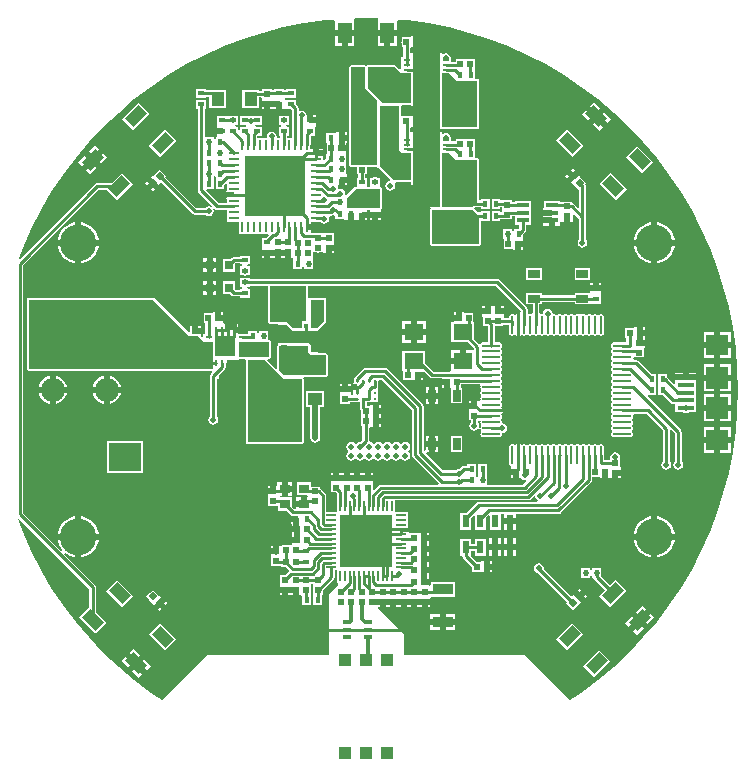
<source format=gtl>
G04 Layer_Physical_Order=1*
G04 Layer_Color=255*
%FSAX25Y25*%
%MOIN*%
G70*
G01*
G75*
%ADD10R,0.20276X0.20276*%
%ADD11R,0.03347X0.00984*%
%ADD12R,0.00984X0.03347*%
%ADD13R,0.03543X0.00787*%
%ADD14R,0.17323X0.17323*%
%ADD15R,0.00787X0.03543*%
%ADD16R,0.03543X0.03150*%
%ADD17R,0.02362X0.04331*%
%ADD18R,0.02047X0.01969*%
%ADD19R,0.02756X0.03543*%
%ADD20R,0.01772X0.02165*%
%ADD21R,0.01969X0.02047*%
%ADD22R,0.02165X0.01772*%
%ADD23R,0.02362X0.00787*%
%ADD24R,0.08661X0.15945*%
%ADD25R,0.05118X0.02756*%
%ADD26R,0.03740X0.10236*%
%ADD27R,0.03740X0.09843*%
%ADD28R,0.04134X0.01772*%
%ADD29R,0.00984X0.00984*%
%ADD30R,0.06693X0.03740*%
%ADD31R,0.03150X0.01181*%
%ADD32O,0.00984X0.06102*%
%ADD33O,0.06102X0.00984*%
%ADD34R,0.06300X0.05500*%
%ADD35R,0.02559X0.03937*%
%ADD36R,0.03937X0.02559*%
G04:AMPARAMS|DCode=37|XSize=19.69mil|YSize=20.47mil|CornerRadius=0mil|HoleSize=0mil|Usage=FLASHONLY|Rotation=315.000|XOffset=0mil|YOffset=0mil|HoleType=Round|Shape=Rectangle|*
%AMROTATEDRECTD37*
4,1,4,-0.01420,-0.00028,0.00028,0.01420,0.01420,0.00028,-0.00028,-0.01420,-0.01420,-0.00028,0.0*
%
%ADD37ROTATEDRECTD37*%

G04:AMPARAMS|DCode=38|XSize=19.69mil|YSize=20.47mil|CornerRadius=0mil|HoleSize=0mil|Usage=FLASHONLY|Rotation=225.000|XOffset=0mil|YOffset=0mil|HoleType=Round|Shape=Rectangle|*
%AMROTATEDRECTD38*
4,1,4,-0.00028,0.01420,0.01420,-0.00028,0.00028,-0.01420,-0.01420,0.00028,-0.00028,0.01420,0.0*
%
%ADD38ROTATEDRECTD38*%

%ADD39R,0.04331X0.04803*%
%ADD40R,0.04724X0.07087*%
%ADD41R,0.02362X0.06102*%
%ADD42R,0.01181X0.01772*%
%ADD43R,0.06299X0.03937*%
%ADD44R,0.02756X0.05118*%
%ADD45R,0.04803X0.04331*%
%ADD46R,0.01969X0.01772*%
%ADD47R,0.06693X0.06693*%
%ADD48R,0.00984X0.02362*%
%ADD49R,0.02362X0.00984*%
%ADD50R,0.02756X0.03150*%
%ADD51R,0.05600X0.01400*%
%ADD52R,0.07500X0.07100*%
%ADD53R,0.07500X0.07500*%
%ADD54R,0.11100X0.09500*%
G04:AMPARAMS|DCode=55|XSize=65mil|YSize=40mil|CornerRadius=0mil|HoleSize=0mil|Usage=FLASHONLY|Rotation=45.000|XOffset=0mil|YOffset=0mil|HoleType=Round|Shape=Rectangle|*
%AMROTATEDRECTD55*
4,1,4,-0.00884,-0.03712,-0.03712,-0.00884,0.00884,0.03712,0.03712,0.00884,-0.00884,-0.03712,0.0*
%
%ADD55ROTATEDRECTD55*%

G04:AMPARAMS|DCode=56|XSize=65mil|YSize=40mil|CornerRadius=0mil|HoleSize=0mil|Usage=FLASHONLY|Rotation=315.000|XOffset=0mil|YOffset=0mil|HoleType=Round|Shape=Rectangle|*
%AMROTATEDRECTD56*
4,1,4,-0.03712,0.00884,-0.00884,0.03712,0.03712,-0.00884,0.00884,-0.03712,-0.03712,0.00884,0.0*
%
%ADD56ROTATEDRECTD56*%

%ADD57R,0.04331X0.04331*%
%ADD58C,0.00900*%
%ADD59C,0.01000*%
%ADD60C,0.02000*%
%ADD61C,0.01300*%
%ADD62C,0.00870*%
%ADD63C,0.12205*%
%ADD64C,0.08000*%
%ADD65C,0.02000*%
G36*
X0399801Y0437292D02*
X0399924Y0436843D01*
X0399924Y0436788D01*
Y0433500D01*
X0406249D01*
Y0436423D01*
X0406732Y0436885D01*
X0409872Y0436620D01*
X0416754Y0435648D01*
X0423570Y0434292D01*
X0430300Y0432556D01*
X0436921Y0430446D01*
X0443414Y0427968D01*
X0449758Y0425129D01*
X0455932Y0421939D01*
X0461918Y0418408D01*
X0467697Y0414547D01*
X0473250Y0410368D01*
X0478559Y0405884D01*
X0483610Y0401110D01*
X0488384Y0396059D01*
X0492868Y0390750D01*
X0497047Y0385197D01*
X0500908Y0379418D01*
X0504439Y0373432D01*
X0507629Y0367258D01*
X0510467Y0360914D01*
X0512946Y0354421D01*
X0515057Y0347800D01*
X0516792Y0341070D01*
X0518148Y0334254D01*
X0519120Y0327372D01*
X0519704Y0320447D01*
X0519899Y0313500D01*
X0519704Y0306553D01*
X0519120Y0299628D01*
X0518148Y0292746D01*
X0516792Y0285930D01*
X0515057Y0279200D01*
X0512946Y0272579D01*
X0510467Y0266086D01*
X0507629Y0259742D01*
X0504439Y0253568D01*
X0500908Y0247582D01*
X0497047Y0241803D01*
X0492868Y0236250D01*
X0488384Y0230941D01*
X0483610Y0225890D01*
X0478559Y0221116D01*
X0473250Y0216632D01*
X0467697Y0212453D01*
X0464010Y0209990D01*
X0449000Y0225000D01*
X0408500D01*
X0408500Y0232000D01*
X0399860Y0240640D01*
X0400052Y0241102D01*
X0400500D01*
Y0242886D01*
X0402500D01*
Y0241102D01*
X0404000D01*
Y0242886D01*
X0406000D01*
Y0241102D01*
X0407500D01*
Y0242886D01*
X0409500D01*
Y0241102D01*
X0411000D01*
Y0242886D01*
X0413000D01*
Y0241102D01*
X0414500D01*
Y0242886D01*
X0415500D01*
Y0243886D01*
X0417324D01*
Y0244137D01*
X0417554Y0244542D01*
X0417770Y0244542D01*
X0425446D01*
Y0249482D01*
X0417554D01*
Y0248300D01*
X0417054Y0248025D01*
X0416898Y0248123D01*
Y0248500D01*
X0415114D01*
Y0250500D01*
X0416898D01*
Y0251324D01*
X0416898D01*
Y0251676D01*
X0416898D01*
Y0252500D01*
X0415114D01*
Y0254500D01*
X0416898D01*
Y0255176D01*
Y0256000D01*
X0415114D01*
Y0258000D01*
X0416898D01*
Y0258676D01*
Y0259500D01*
X0415114D01*
Y0261500D01*
X0416898D01*
Y0262176D01*
Y0263000D01*
X0415114D01*
Y0264000D01*
X0414114D01*
Y0265824D01*
X0413330D01*
Y0265624D01*
X0410302D01*
X0410221Y0265937D01*
X0407614D01*
Y0267518D01*
X0409986D01*
Y0267937D01*
X0410186D01*
Y0268131D01*
X0409986D01*
Y0272655D01*
X0405655D01*
Y0276748D01*
X0450061D01*
X0450471Y0276830D01*
X0450818Y0277062D01*
X0451884Y0278128D01*
X0452135Y0278061D01*
X0452384Y0277921D01*
X0452493Y0277376D01*
X0452846Y0276847D01*
X0453183Y0276622D01*
X0453031Y0276121D01*
X0433500D01*
X0433500Y0276122D01*
X0433071Y0276036D01*
X0432707Y0275793D01*
X0429341Y0272427D01*
X0427376D01*
Y0266896D01*
X0430939D01*
Y0270852D01*
X0431836Y0271750D01*
X0432298Y0271558D01*
Y0266896D01*
X0435860D01*
Y0270774D01*
X0436757Y0271671D01*
X0437219Y0271480D01*
Y0266896D01*
X0440781D01*
Y0272152D01*
X0441940D01*
Y0270661D01*
X0443921D01*
X0445902D01*
Y0272152D01*
X0460036D01*
X0460037Y0272152D01*
X0460466Y0272237D01*
X0460829Y0272481D01*
X0471095Y0282746D01*
X0471095Y0282746D01*
X0471338Y0283110D01*
X0471423Y0283539D01*
Y0284376D01*
X0473830D01*
Y0284176D01*
X0474614D01*
Y0286000D01*
X0476614D01*
Y0284176D01*
X0477176D01*
Y0284102D01*
X0478000D01*
Y0285886D01*
X0479000D01*
Y0286886D01*
X0480824D01*
Y0287670D01*
X0480624D01*
Y0290698D01*
X0480624D01*
X0480631Y0291000D01*
X0480594Y0291186D01*
X0480507Y0291624D01*
X0480154Y0292154D01*
X0479624Y0292507D01*
X0479000Y0292631D01*
X0478376Y0292507D01*
X0477846Y0292154D01*
X0477493Y0291624D01*
X0477406Y0291186D01*
X0477369Y0291000D01*
X0477376Y0290698D01*
X0477286Y0290236D01*
X0475385D01*
Y0291748D01*
X0475377Y0291788D01*
Y0294307D01*
X0475292Y0294733D01*
X0475051Y0295094D01*
X0474690Y0295336D01*
X0474264Y0295421D01*
X0473838Y0295336D01*
X0473476Y0295094D01*
X0473083D01*
X0472721Y0295336D01*
X0472295Y0295421D01*
X0471869Y0295336D01*
X0471651Y0295190D01*
X0471311Y0295130D01*
X0470971Y0295190D01*
X0470753Y0295336D01*
X0470327Y0295421D01*
X0469901Y0295336D01*
X0469683Y0295190D01*
X0469343Y0295130D01*
X0469002Y0295190D01*
X0468784Y0295336D01*
X0468358Y0295421D01*
X0467932Y0295336D01*
X0467714Y0295190D01*
X0467374Y0295130D01*
X0467034Y0295190D01*
X0466816Y0295336D01*
X0466390Y0295421D01*
X0465964Y0295336D01*
X0465746Y0295190D01*
X0465406Y0295130D01*
X0465065Y0295190D01*
X0464847Y0295336D01*
X0464421Y0295421D01*
X0463995Y0295336D01*
X0463634Y0295094D01*
X0463240D01*
X0462879Y0295336D01*
X0462453Y0295421D01*
X0462027Y0295336D01*
X0461809Y0295190D01*
X0461469Y0295130D01*
X0461128Y0295190D01*
X0460910Y0295336D01*
X0460484Y0295421D01*
X0460058Y0295336D01*
X0459840Y0295190D01*
X0459500Y0295130D01*
X0459160Y0295190D01*
X0458942Y0295336D01*
X0458516Y0295421D01*
X0458090Y0295336D01*
X0457872Y0295190D01*
X0457531Y0295130D01*
X0457191Y0295190D01*
X0456973Y0295336D01*
X0456547Y0295421D01*
X0456121Y0295336D01*
X0455903Y0295190D01*
X0455563Y0295130D01*
X0455223Y0295190D01*
X0455005Y0295336D01*
X0454579Y0295421D01*
X0454153Y0295336D01*
X0453791Y0295094D01*
X0453398D01*
X0453036Y0295336D01*
X0452610Y0295421D01*
X0452184Y0295336D01*
X0451966Y0295190D01*
X0451626Y0295130D01*
X0451286Y0295190D01*
X0451068Y0295336D01*
X0450642Y0295421D01*
X0450216Y0295336D01*
X0449998Y0295190D01*
X0449657Y0295130D01*
X0449317Y0295190D01*
X0449099Y0295336D01*
X0448673Y0295421D01*
X0448247Y0295336D01*
X0447886Y0295094D01*
X0447460Y0295357D01*
X0447209Y0295524D01*
X0446705Y0295624D01*
X0446201Y0295524D01*
X0445950Y0295357D01*
X0445524Y0295094D01*
X0445162Y0295336D01*
X0444736Y0295421D01*
X0444310Y0295336D01*
X0443949Y0295094D01*
X0443708Y0294733D01*
X0443623Y0294307D01*
Y0289189D01*
X0443708Y0288763D01*
X0443949Y0288402D01*
X0444079Y0288314D01*
X0444102Y0287824D01*
X0444102Y0287824D01*
X0444102Y0287824D01*
Y0287000D01*
X0445886D01*
Y0286000D01*
X0446886D01*
Y0284176D01*
X0447626D01*
X0447847Y0283846D01*
X0448376Y0283493D01*
X0449000Y0283369D01*
X0449184Y0283405D01*
X0449431Y0282944D01*
X0448375Y0281889D01*
X0436258D01*
Y0282844D01*
X0436279Y0282876D01*
X0436403Y0283500D01*
X0436279Y0284124D01*
X0436258Y0284156D01*
Y0285183D01*
X0436258D01*
Y0285317D01*
X0436258D01*
Y0288683D01*
X0433286D01*
Y0285317D01*
X0433286D01*
Y0285183D01*
X0433286D01*
Y0284357D01*
X0433214Y0284275D01*
X0432714Y0284462D01*
Y0285183D01*
X0432714D01*
Y0285317D01*
X0432714D01*
Y0288683D01*
X0429742D01*
Y0288122D01*
X0428500D01*
X0428500Y0288122D01*
X0428071Y0288036D01*
X0427707Y0287793D01*
X0427038Y0287124D01*
X0427000Y0287131D01*
X0426376Y0287007D01*
X0425846Y0286653D01*
X0425825Y0286621D01*
X0421465D01*
X0415926Y0292161D01*
X0416133Y0292661D01*
X0416866D01*
Y0294429D01*
X0415787D01*
Y0293418D01*
X0415287Y0293157D01*
X0415122Y0293272D01*
Y0308000D01*
X0415122Y0308000D01*
X0415036Y0308429D01*
X0414793Y0308793D01*
X0414793Y0308793D01*
X0403140Y0320446D01*
X0402776Y0320689D01*
X0402347Y0320774D01*
X0402347Y0320774D01*
X0395676D01*
X0395676Y0320774D01*
X0395247Y0320689D01*
X0394883Y0320446D01*
X0394883Y0320446D01*
X0392254Y0317817D01*
X0392072Y0317545D01*
X0391955D01*
Y0317172D01*
X0391926Y0317024D01*
X0391926Y0317024D01*
Y0316453D01*
X0391955Y0316305D01*
Y0315776D01*
X0391755D01*
Y0315484D01*
X0391955D01*
Y0315360D01*
X0392899D01*
X0393047Y0315331D01*
Y0313484D01*
X0391755D01*
Y0311669D01*
X0391257D01*
X0390824Y0311830D01*
Y0312614D01*
X0389000D01*
X0387176D01*
Y0311830D01*
X0387376D01*
Y0308802D01*
X0390624D01*
Y0309426D01*
X0393047D01*
X0393195Y0309455D01*
X0393894D01*
Y0307370D01*
X0393894Y0307370D01*
X0393980Y0306941D01*
X0394223Y0306577D01*
X0394302Y0306498D01*
Y0304876D01*
X0394302D01*
Y0304624D01*
X0394302D01*
Y0301376D01*
X0394764D01*
Y0296850D01*
X0394038Y0296124D01*
X0394000Y0296131D01*
X0393376Y0296007D01*
X0392846Y0295654D01*
X0392750Y0295509D01*
X0392250D01*
X0392154Y0295654D01*
X0391624Y0296007D01*
X0391000Y0296131D01*
X0390376Y0296007D01*
X0389846Y0295654D01*
X0389493Y0295124D01*
X0389369Y0294500D01*
X0389493Y0293876D01*
X0389846Y0293347D01*
X0389991Y0293250D01*
Y0292750D01*
X0389846Y0292653D01*
X0389493Y0292124D01*
X0389369Y0291500D01*
X0389493Y0290876D01*
X0389846Y0290347D01*
X0390376Y0289993D01*
X0391000Y0289869D01*
X0391624Y0289993D01*
X0392154Y0290347D01*
X0392250Y0290491D01*
X0392750D01*
X0392846Y0290347D01*
X0393376Y0289993D01*
X0394000Y0289869D01*
X0394624Y0289993D01*
X0395153Y0290347D01*
X0395250Y0290491D01*
X0395750D01*
X0395847Y0290347D01*
X0396376Y0289993D01*
X0397000Y0289869D01*
X0397624Y0289993D01*
X0398153Y0290347D01*
X0398250Y0290491D01*
X0398750D01*
X0398847Y0290347D01*
X0399376Y0289993D01*
X0400000Y0289869D01*
X0400624Y0289993D01*
X0401154Y0290347D01*
X0401250Y0290491D01*
X0401750D01*
X0401847Y0290347D01*
X0402376Y0289993D01*
X0403000Y0289869D01*
X0403624Y0289993D01*
X0404153Y0290347D01*
X0404250Y0290491D01*
X0404750D01*
X0404846Y0290347D01*
X0405376Y0289993D01*
X0406000Y0289869D01*
X0406624Y0289993D01*
X0407154Y0290347D01*
X0407250Y0290491D01*
X0407750D01*
X0407846Y0290347D01*
X0408376Y0289993D01*
X0409000Y0289869D01*
X0409624Y0289993D01*
X0410153Y0290347D01*
X0410507Y0290876D01*
X0410631Y0291500D01*
X0410507Y0292124D01*
X0410153Y0292653D01*
X0410009Y0292750D01*
Y0293250D01*
X0410153Y0293347D01*
X0410507Y0293876D01*
X0410631Y0294500D01*
X0410507Y0295124D01*
X0410153Y0295654D01*
X0409624Y0296007D01*
X0409000Y0296131D01*
X0408376Y0296007D01*
X0407846Y0295654D01*
X0407750Y0295509D01*
X0407250D01*
X0407154Y0295654D01*
X0406624Y0296007D01*
X0406000Y0296131D01*
X0405376Y0296007D01*
X0404846Y0295654D01*
X0404750Y0295509D01*
X0404250D01*
X0404153Y0295654D01*
X0403624Y0296007D01*
X0403000Y0296131D01*
X0402376Y0296007D01*
X0401847Y0295654D01*
X0401750Y0295509D01*
X0401250D01*
X0401154Y0295654D01*
X0400624Y0296007D01*
X0400000Y0296131D01*
X0399376Y0296007D01*
X0398847Y0295654D01*
X0398750Y0295509D01*
X0398250D01*
X0398153Y0295654D01*
X0397624Y0296007D01*
X0397449Y0296042D01*
X0397007Y0296386D01*
X0397007Y0296386D01*
Y0300810D01*
X0397330Y0301176D01*
X0398114D01*
Y0303000D01*
X0399114D01*
Y0304000D01*
X0400898D01*
Y0304676D01*
Y0305500D01*
X0399114D01*
Y0306500D01*
X0398114D01*
Y0308324D01*
X0397330D01*
Y0308124D01*
X0396137D01*
Y0309426D01*
X0396984D01*
X0397132Y0309455D01*
X0400045D01*
Y0314336D01*
X0400074Y0314484D01*
Y0316453D01*
X0400380Y0316931D01*
X0401220D01*
X0411278Y0306873D01*
Y0291837D01*
X0411278Y0291837D01*
X0411364Y0291408D01*
X0411607Y0291044D01*
X0420262Y0282389D01*
X0420055Y0281889D01*
X0400819D01*
X0400409Y0281808D01*
X0400062Y0281576D01*
X0400062Y0281576D01*
X0398586Y0280100D01*
X0398124Y0280291D01*
Y0282330D01*
X0398324D01*
Y0283114D01*
X0396500D01*
Y0284114D01*
X0395500D01*
Y0285898D01*
X0394000D01*
Y0284114D01*
X0392000D01*
Y0285898D01*
X0390500D01*
Y0284114D01*
X0388500D01*
Y0285898D01*
X0387000D01*
Y0284114D01*
X0386000D01*
Y0283114D01*
X0384176D01*
Y0282330D01*
X0384376D01*
Y0279302D01*
X0386070D01*
X0386268Y0279104D01*
Y0274614D01*
X0386345Y0274228D01*
Y0272655D01*
X0382571D01*
Y0278227D01*
X0382489Y0278637D01*
X0382257Y0278984D01*
X0380870Y0280371D01*
X0380624Y0280536D01*
Y0281198D01*
X0377521D01*
Y0282734D01*
X0372778D01*
Y0278384D01*
X0376399D01*
X0376794Y0277896D01*
X0376774Y0277816D01*
X0376150D01*
Y0275441D01*
X0375150D01*
Y0274441D01*
X0372578D01*
Y0273762D01*
X0372078Y0273727D01*
X0371222Y0274583D01*
Y0277616D01*
X0367601D01*
X0367206Y0278104D01*
X0367226Y0278184D01*
X0367850D01*
Y0280559D01*
Y0282934D01*
X0366279D01*
Y0281398D01*
X0366000D01*
Y0279614D01*
X0365000D01*
Y0278614D01*
X0363176D01*
Y0277830D01*
X0363376D01*
Y0274802D01*
X0366479D01*
Y0273266D01*
X0369511D01*
X0370902Y0271876D01*
X0371042Y0271781D01*
Y0271500D01*
X0372728D01*
Y0269500D01*
X0371042D01*
Y0268617D01*
X0371102D01*
Y0268000D01*
X0372886D01*
Y0266000D01*
X0371102D01*
Y0265176D01*
Y0264500D01*
X0372886D01*
Y0262500D01*
X0371102D01*
Y0262069D01*
X0370982Y0261663D01*
X0370623Y0261624D01*
X0367802D01*
Y0261398D01*
X0367000D01*
Y0259614D01*
X0366000D01*
Y0258614D01*
X0364176D01*
Y0257830D01*
X0364376D01*
Y0254802D01*
X0367624D01*
X0367802Y0254376D01*
X0369231D01*
X0370224Y0253383D01*
X0370136Y0252764D01*
X0369070Y0251698D01*
X0367376D01*
Y0248670D01*
X0367176D01*
Y0247886D01*
X0369000D01*
Y0246886D01*
X0370000D01*
Y0245102D01*
X0371500D01*
Y0246886D01*
X0373500D01*
Y0245102D01*
X0373959D01*
X0374324Y0245102D01*
X0374743Y0244906D01*
Y0241817D01*
X0377714D01*
Y0245183D01*
X0377714D01*
X0377624Y0245302D01*
X0377624Y0248690D01*
X0377876Y0248943D01*
X0378376Y0248800D01*
Y0248530D01*
X0378376Y0248530D01*
Y0248470D01*
X0378376D01*
X0378376Y0248030D01*
Y0245302D01*
X0378286Y0245183D01*
X0378286D01*
Y0241817D01*
X0381258D01*
Y0245183D01*
X0381624Y0245302D01*
Y0246731D01*
X0385143Y0250250D01*
X0385375Y0250598D01*
X0385456Y0251007D01*
Y0253345D01*
X0386345D01*
Y0249014D01*
X0386539D01*
X0386730Y0248552D01*
X0385876Y0247698D01*
X0385876D01*
Y0247698D01*
X0383500Y0245322D01*
X0383500Y0239500D01*
X0383500Y0225000D01*
X0343000D01*
X0327990Y0209990D01*
X0324303Y0212453D01*
X0318750Y0216632D01*
X0313440Y0221116D01*
X0308390Y0225890D01*
X0303616Y0230941D01*
X0299132Y0236250D01*
X0294953Y0241803D01*
X0291092Y0247582D01*
X0287561Y0253568D01*
X0284371Y0259742D01*
X0281533Y0266086D01*
X0279935Y0270272D01*
X0280364Y0270550D01*
X0303750Y0247164D01*
Y0241043D01*
X0300311Y0237604D01*
X0305756Y0232159D01*
X0309433Y0235836D01*
X0305993Y0239275D01*
Y0247628D01*
X0305993Y0247628D01*
X0305908Y0248058D01*
X0305665Y0248421D01*
X0305665Y0248421D01*
X0295327Y0258759D01*
X0295664Y0259130D01*
X0296147Y0258733D01*
X0297346Y0258092D01*
X0298647Y0257698D01*
X0299000Y0257663D01*
Y0263500D01*
X0293163D01*
X0293197Y0263147D01*
X0293592Y0261846D01*
X0294233Y0260647D01*
X0294630Y0260164D01*
X0294259Y0259827D01*
X0281622Y0272465D01*
Y0355035D01*
X0306797Y0380211D01*
X0309419D01*
X0312858Y0376772D01*
X0318303Y0382217D01*
X0314626Y0385894D01*
X0311187Y0382454D01*
X0306333D01*
X0306333Y0382454D01*
X0305904Y0382369D01*
X0305540Y0382126D01*
X0305540Y0382126D01*
X0280653Y0357239D01*
X0280234Y0357511D01*
X0281533Y0360914D01*
X0284371Y0367258D01*
X0287561Y0373432D01*
X0291092Y0379418D01*
X0294953Y0385197D01*
X0299132Y0390750D01*
X0303616Y0396059D01*
X0308390Y0401110D01*
X0313440Y0405884D01*
X0318750Y0410368D01*
X0324303Y0414547D01*
X0330082Y0418408D01*
X0336068Y0421939D01*
X0342242Y0425129D01*
X0348586Y0427968D01*
X0355079Y0430446D01*
X0361700Y0432556D01*
X0368430Y0434292D01*
X0375246Y0435648D01*
X0382128Y0436620D01*
X0385268Y0436885D01*
X0385751Y0436423D01*
Y0433500D01*
X0392076D01*
Y0436788D01*
X0392076Y0436843D01*
X0392199Y0437292D01*
X0396000Y0437399D01*
X0399801Y0437292D01*
D02*
G37*
%LPC*%
G36*
X0512000Y0312050D02*
X0508450D01*
Y0308500D01*
X0512000D01*
Y0312050D01*
D02*
G37*
G36*
X0517550D02*
X0514000D01*
Y0308500D01*
X0517550D01*
Y0312050D01*
D02*
G37*
G36*
X0400898Y0308324D02*
X0400114D01*
Y0307500D01*
X0400898D01*
Y0308324D01*
D02*
G37*
G36*
X0517550Y0306500D02*
X0514000D01*
Y0302950D01*
X0517550D01*
Y0306500D01*
D02*
G37*
G36*
X0496257Y0318683D02*
X0493286D01*
Y0315683D01*
X0493286Y0315317D01*
X0493286D01*
Y0315183D01*
X0493286D01*
Y0311817D01*
X0494868D01*
X0497538Y0309148D01*
X0497538Y0309148D01*
X0497901Y0308905D01*
X0498331Y0308819D01*
X0498331Y0308819D01*
X0499100D01*
Y0306082D01*
X0501566D01*
X0501876Y0305875D01*
X0502500Y0305750D01*
X0503124Y0305875D01*
X0503434Y0306082D01*
X0505900D01*
Y0308641D01*
Y0311200D01*
Y0316200D01*
X0506100D01*
Y0316700D01*
X0502500D01*
X0498900D01*
Y0316200D01*
X0499100D01*
Y0315684D01*
X0498638Y0315492D01*
X0496337Y0317793D01*
X0496257Y0317846D01*
Y0318683D01*
D02*
G37*
G36*
X0314210Y0312500D02*
X0310500D01*
Y0308790D01*
X0310753Y0308823D01*
X0311921Y0309307D01*
X0312923Y0310077D01*
X0313693Y0311079D01*
X0314177Y0312247D01*
X0314210Y0312500D01*
D02*
G37*
G36*
X0416866Y0310571D02*
X0415787D01*
Y0308802D01*
X0416866D01*
Y0310571D01*
D02*
G37*
G36*
X0308500Y0312500D02*
X0304790D01*
X0304823Y0312247D01*
X0305307Y0311079D01*
X0306077Y0310077D01*
X0307079Y0309307D01*
X0308247Y0308823D01*
X0308500Y0308790D01*
Y0312500D01*
D02*
G37*
G36*
X0290500D02*
X0286790D01*
X0286824Y0312247D01*
X0287307Y0311079D01*
X0288077Y0310077D01*
X0289079Y0309307D01*
X0290247Y0308823D01*
X0290500Y0308790D01*
Y0312500D01*
D02*
G37*
G36*
X0296210D02*
X0292500D01*
Y0308790D01*
X0292753Y0308823D01*
X0293921Y0309307D01*
X0294923Y0310077D01*
X0295693Y0311079D01*
X0296177Y0312247D01*
X0296210Y0312500D01*
D02*
G37*
G36*
X0512000Y0306500D02*
X0508450D01*
Y0302950D01*
X0512000D01*
Y0306500D01*
D02*
G37*
G36*
X0382002Y0313253D02*
X0375998D01*
Y0307723D01*
X0377369D01*
Y0297500D01*
X0377493Y0296876D01*
X0377847Y0296346D01*
X0378376Y0295993D01*
X0379000Y0295869D01*
X0379624Y0295993D01*
X0380153Y0296346D01*
X0380507Y0296876D01*
X0380631Y0297500D01*
Y0307723D01*
X0382002D01*
Y0313253D01*
D02*
G37*
G36*
X0425646Y0238658D02*
X0422500D01*
Y0236988D01*
X0425646D01*
Y0238658D01*
D02*
G37*
G36*
X0325000Y0344149D02*
X0283500D01*
X0283041Y0343959D01*
X0282851Y0343500D01*
Y0320500D01*
X0283041Y0320041D01*
X0283500Y0319851D01*
X0344502D01*
X0344709Y0319351D01*
X0344207Y0318849D01*
X0343964Y0318485D01*
X0343878Y0318056D01*
X0343879Y0318056D01*
Y0304675D01*
X0343847Y0304654D01*
X0343493Y0304124D01*
X0343369Y0303500D01*
X0343493Y0302876D01*
X0343847Y0302346D01*
X0344376Y0301993D01*
X0345000Y0301869D01*
X0345624Y0301993D01*
X0346153Y0302346D01*
X0346507Y0302876D01*
X0346631Y0303500D01*
X0346507Y0304124D01*
X0346153Y0304654D01*
X0346122Y0304675D01*
Y0317331D01*
X0346318Y0317477D01*
X0346818Y0317226D01*
Y0318318D01*
X0348882Y0320382D01*
X0348955Y0320491D01*
X0348991D01*
X0348996Y0320496D01*
Y0320552D01*
X0349064Y0320654D01*
X0349071Y0320691D01*
X0349120D01*
Y0320935D01*
X0349149Y0321083D01*
Y0322472D01*
X0349500D01*
Y0323500D01*
X0353306D01*
X0353500Y0323851D01*
X0355496D01*
X0355851Y0323351D01*
X0355851Y0296000D01*
X0356041Y0295541D01*
X0356500Y0295351D01*
X0374500D01*
X0374959Y0295541D01*
X0375149Y0296000D01*
X0375149Y0317000D01*
X0375004Y0317351D01*
X0375221Y0317851D01*
X0382500D01*
X0382959Y0318041D01*
X0383149Y0318500D01*
Y0325000D01*
X0382959Y0325459D01*
X0382500Y0325649D01*
X0379950D01*
Y0326000D01*
X0377500D01*
Y0328500D01*
X0377000Y0329000D01*
X0366676D01*
Y0328830D01*
X0366676D01*
X0366515Y0328397D01*
X0366351Y0328000D01*
Y0320721D01*
X0365889Y0320530D01*
X0363030Y0323389D01*
X0363221Y0323851D01*
X0363500D01*
X0363959Y0324041D01*
X0364149Y0324500D01*
Y0329500D01*
X0363959Y0329959D01*
X0363500Y0330149D01*
X0363258D01*
Y0330844D01*
X0363279Y0330876D01*
X0363403Y0331500D01*
X0363279Y0332124D01*
X0363258Y0332156D01*
Y0333183D01*
X0360286D01*
Y0332357D01*
X0360214Y0332275D01*
X0359714Y0332462D01*
Y0333183D01*
X0356743D01*
Y0332059D01*
X0354524D01*
X0354376Y0332029D01*
X0353257D01*
Y0332496D01*
X0351965D01*
Y0333496D01*
X0350965D01*
D01*
X0348996D01*
Y0335477D01*
X0348816D01*
X0348398Y0335676D01*
Y0336500D01*
X0346614D01*
Y0337500D01*
X0345614D01*
Y0339324D01*
X0344830D01*
Y0339124D01*
X0341802D01*
Y0335876D01*
X0342378D01*
Y0332029D01*
X0341719D01*
Y0331353D01*
X0341257Y0331161D01*
X0340824Y0331595D01*
Y0332114D01*
X0340086D01*
X0340000Y0332150D01*
X0339000D01*
Y0333114D01*
X0338000D01*
Y0334898D01*
X0337176D01*
Y0332895D01*
X0336714Y0332704D01*
X0325459Y0343959D01*
X0325000Y0344149D01*
D02*
G37*
G36*
X0419946Y0294429D02*
X0418866D01*
Y0292661D01*
X0419946D01*
Y0294429D01*
D02*
G37*
G36*
X0428013Y0297998D02*
X0424254D01*
Y0292861D01*
X0428013D01*
Y0297998D01*
D02*
G37*
G36*
X0517550Y0301102D02*
X0514000D01*
Y0297752D01*
X0517550D01*
Y0301102D01*
D02*
G37*
G36*
X0400898Y0302000D02*
X0400114D01*
Y0301176D01*
X0400898D01*
Y0302000D01*
D02*
G37*
G36*
X0512000Y0301102D02*
X0508450D01*
Y0297752D01*
X0512000D01*
Y0301102D01*
D02*
G37*
G36*
X0416866Y0298198D02*
X0415787D01*
Y0296429D01*
X0416866D01*
Y0298198D01*
D02*
G37*
G36*
X0419946D02*
X0418866D01*
Y0296429D01*
X0419946D01*
Y0298198D01*
D02*
G37*
G36*
Y0310571D02*
X0418866D01*
Y0308802D01*
X0419946D01*
Y0310571D01*
D02*
G37*
G36*
X0420500Y0238658D02*
X0417353D01*
Y0236988D01*
X0420500D01*
Y0238658D01*
D02*
G37*
G36*
X0517550Y0322050D02*
X0514000D01*
Y0318500D01*
X0517550D01*
Y0322050D01*
D02*
G37*
G36*
X0512000D02*
X0508450D01*
Y0318500D01*
X0512000D01*
Y0322050D01*
D02*
G37*
G36*
X0390824Y0315398D02*
X0390000D01*
Y0314614D01*
X0390824D01*
Y0315398D01*
D02*
G37*
G36*
X0414898Y0317500D02*
X0414114D01*
Y0316676D01*
X0414898D01*
Y0317500D01*
D02*
G37*
G36*
X0512000Y0327300D02*
X0508450D01*
Y0323950D01*
X0512000D01*
Y0327300D01*
D02*
G37*
G36*
X0517550D02*
X0514000D01*
Y0323950D01*
X0517550D01*
Y0327300D01*
D02*
G37*
G36*
X0490738Y0238915D02*
X0488581Y0236758D01*
X0489854Y0235486D01*
X0492010Y0237642D01*
X0490738Y0238915D01*
D02*
G37*
G36*
X0501500Y0319200D02*
X0498900D01*
Y0318700D01*
X0501500D01*
Y0319200D01*
D02*
G37*
G36*
X0506100D02*
X0503500D01*
Y0318700D01*
X0506100D01*
Y0319200D01*
D02*
G37*
G36*
X0388000Y0315398D02*
X0387176D01*
Y0314614D01*
X0388000D01*
Y0315398D01*
D02*
G37*
G36*
X0512000Y0316500D02*
X0508450D01*
Y0312950D01*
X0512000D01*
Y0316500D01*
D02*
G37*
G36*
X0517550D02*
X0514000D01*
Y0312950D01*
X0517550D01*
Y0316500D01*
D02*
G37*
G36*
X0419946Y0314339D02*
X0418866D01*
Y0312571D01*
X0419946D01*
Y0314339D01*
D02*
G37*
G36*
X0431000Y0309898D02*
X0430176D01*
Y0309114D01*
X0431000D01*
Y0309898D01*
D02*
G37*
G36*
X0416866Y0314339D02*
X0415787D01*
Y0312571D01*
X0416866D01*
Y0314339D01*
D02*
G37*
G36*
X0308500Y0318210D02*
X0308247Y0318177D01*
X0307079Y0317693D01*
X0306077Y0316923D01*
X0305307Y0315921D01*
X0304823Y0314753D01*
X0304790Y0314500D01*
X0308500D01*
Y0318210D01*
D02*
G37*
G36*
X0310500D02*
Y0314500D01*
X0314210D01*
X0314177Y0314753D01*
X0313693Y0315921D01*
X0312923Y0316923D01*
X0311921Y0317693D01*
X0310753Y0318177D01*
X0310500Y0318210D01*
D02*
G37*
G36*
X0292500D02*
Y0314500D01*
X0296210D01*
X0296177Y0314753D01*
X0295693Y0315921D01*
X0294923Y0316923D01*
X0293921Y0317693D01*
X0292753Y0318177D01*
X0292500Y0318210D01*
D02*
G37*
G36*
X0421886Y0315000D02*
X0421102D01*
Y0314176D01*
X0421886D01*
Y0315000D01*
D02*
G37*
G36*
X0290500Y0318210D02*
X0290247Y0318177D01*
X0289079Y0317693D01*
X0288077Y0316923D01*
X0287307Y0315921D01*
X0286824Y0314753D01*
X0286790Y0314500D01*
X0290500D01*
Y0318210D01*
D02*
G37*
G36*
X0517550Y0295752D02*
X0514000D01*
Y0292402D01*
X0517550D01*
Y0295752D01*
D02*
G37*
G36*
X0498837Y0263500D02*
X0493000D01*
Y0257663D01*
X0493353Y0257698D01*
X0494654Y0258092D01*
X0495853Y0258733D01*
X0496904Y0259596D01*
X0497767Y0260647D01*
X0498408Y0261846D01*
X0498803Y0263147D01*
X0498837Y0263500D01*
D02*
G37*
G36*
X0306837D02*
X0301000D01*
Y0257663D01*
X0301353Y0257698D01*
X0302654Y0258092D01*
X0303853Y0258733D01*
X0304904Y0259596D01*
X0305767Y0260647D01*
X0306408Y0261846D01*
X0306803Y0263147D01*
X0306837Y0263500D01*
D02*
G37*
G36*
X0491000D02*
X0485163D01*
X0485197Y0263147D01*
X0485592Y0261846D01*
X0486233Y0260647D01*
X0487096Y0259596D01*
X0488147Y0258733D01*
X0489346Y0258092D01*
X0490647Y0257698D01*
X0491000Y0257663D01*
Y0263500D01*
D02*
G37*
G36*
X0474258Y0254183D02*
X0471286D01*
Y0253689D01*
X0470786Y0253488D01*
X0470714Y0253563D01*
Y0254183D01*
X0467742D01*
Y0253156D01*
X0467721Y0253124D01*
X0467597Y0252500D01*
X0467721Y0251876D01*
X0467742Y0251844D01*
Y0250817D01*
X0470714D01*
Y0251311D01*
X0471214Y0251512D01*
X0471286Y0251437D01*
Y0250817D01*
X0471717D01*
X0471735Y0250724D01*
X0471979Y0250360D01*
X0475626Y0246713D01*
X0473697Y0244783D01*
X0477374Y0241106D01*
X0482819Y0246551D01*
X0479142Y0250228D01*
X0477212Y0248299D01*
X0474258Y0251254D01*
Y0251844D01*
X0474279Y0251876D01*
X0474403Y0252500D01*
X0474279Y0253124D01*
X0474258Y0253156D01*
Y0254183D01*
D02*
G37*
G36*
X0437898Y0256324D02*
X0437114D01*
Y0255500D01*
X0437898D01*
Y0256324D01*
D02*
G37*
G36*
X0445902Y0260000D02*
X0444921D01*
Y0258035D01*
X0445902D01*
Y0260000D01*
D02*
G37*
G36*
X0365000Y0261398D02*
X0364176D01*
Y0260614D01*
X0365000D01*
Y0261398D01*
D02*
G37*
G36*
X0442921Y0260000D02*
X0441940D01*
Y0258035D01*
X0442921D01*
Y0260000D01*
D02*
G37*
G36*
X0438000Y0260000D02*
X0437019D01*
Y0258035D01*
X0438000D01*
Y0260000D01*
D02*
G37*
G36*
X0440981D02*
X0440000D01*
Y0258035D01*
X0440981D01*
Y0260000D01*
D02*
G37*
G36*
X0437898Y0253500D02*
X0437114D01*
Y0252676D01*
X0437898D01*
Y0253500D01*
D02*
G37*
G36*
X0417324Y0241886D02*
X0416500D01*
Y0241102D01*
X0417324D01*
Y0241886D01*
D02*
G37*
G36*
X0324886Y0246910D02*
X0323906Y0245929D01*
X0323705Y0245795D01*
X0323571Y0245594D01*
X0322590Y0244614D01*
X0323683Y0243521D01*
X0323705Y0243488D01*
X0323738Y0243466D01*
X0324732Y0242472D01*
X0324590Y0242331D01*
X0325145Y0241776D01*
X0326434Y0243066D01*
X0327724Y0244355D01*
X0327169Y0244910D01*
X0327028Y0244768D01*
X0326034Y0245762D01*
X0326012Y0245795D01*
X0325979Y0245817D01*
X0324886Y0246910D01*
D02*
G37*
G36*
X0312897Y0250190D02*
X0309220Y0246513D01*
X0314665Y0241068D01*
X0318341Y0244745D01*
X0312897Y0250190D01*
D02*
G37*
G36*
X0488051Y0241602D02*
X0485894Y0239445D01*
X0487167Y0238173D01*
X0489323Y0240329D01*
X0488051Y0241602D01*
D02*
G37*
G36*
X0327141Y0240944D02*
X0326559Y0240362D01*
X0327114Y0239808D01*
X0327696Y0240390D01*
X0327141Y0240944D01*
D02*
G37*
G36*
X0368000Y0245886D02*
X0367176D01*
Y0245102D01*
X0368000D01*
Y0245886D01*
D02*
G37*
G36*
X0467114Y0247193D02*
X0466559Y0246638D01*
X0467141Y0246056D01*
X0467696Y0246610D01*
X0467114Y0247193D01*
D02*
G37*
G36*
X0469110Y0245196D02*
X0468556Y0244641D01*
X0469138Y0244059D01*
X0469693Y0244614D01*
X0469110Y0245196D01*
D02*
G37*
G36*
X0329138Y0242941D02*
X0328556Y0242359D01*
X0329110Y0241804D01*
X0329693Y0242387D01*
X0329138Y0242941D01*
D02*
G37*
G36*
X0453500Y0255631D02*
X0452876Y0255507D01*
X0452347Y0255153D01*
X0451993Y0254624D01*
X0451869Y0254000D01*
X0451993Y0253376D01*
X0452347Y0252847D01*
X0452876Y0252493D01*
X0453203Y0252428D01*
X0462918Y0242714D01*
X0462590Y0242387D01*
X0463571Y0241406D01*
X0463705Y0241205D01*
X0463906Y0241071D01*
X0464886Y0240090D01*
X0465979Y0241183D01*
X0466012Y0241205D01*
X0466034Y0241238D01*
X0467028Y0242232D01*
X0467169Y0242090D01*
X0467724Y0242645D01*
X0466434Y0243934D01*
X0465145Y0245224D01*
X0464716Y0244795D01*
X0464103Y0244700D01*
X0455077Y0253726D01*
X0455131Y0254000D01*
X0455007Y0254624D01*
X0454654Y0255153D01*
X0454124Y0255507D01*
X0453500Y0255631D01*
D02*
G37*
G36*
X0442921Y0263965D02*
X0441940D01*
Y0262000D01*
X0442921D01*
Y0263965D01*
D02*
G37*
G36*
X0371422Y0282934D02*
X0369850D01*
Y0281559D01*
X0371422D01*
Y0282934D01*
D02*
G37*
G36*
X0480824Y0284886D02*
X0480000D01*
Y0284102D01*
X0480824D01*
Y0284886D01*
D02*
G37*
G36*
X0364000Y0281398D02*
X0363176D01*
Y0280614D01*
X0364000D01*
Y0281398D01*
D02*
G37*
G36*
X0374150Y0277816D02*
X0372578D01*
Y0276441D01*
X0374150D01*
Y0277816D01*
D02*
G37*
G36*
X0371422Y0279559D02*
X0369850D01*
Y0278184D01*
X0371422D01*
Y0279559D01*
D02*
G37*
G36*
X0321750Y0296409D02*
X0309450D01*
Y0285709D01*
X0321750D01*
Y0296409D01*
D02*
G37*
G36*
X0512000Y0295752D02*
X0508450D01*
Y0292402D01*
X0512000D01*
Y0295752D01*
D02*
G37*
G36*
X0398324Y0285898D02*
X0397500D01*
Y0285114D01*
X0398324D01*
Y0285898D01*
D02*
G37*
G36*
X0444886Y0285000D02*
X0444102D01*
Y0284176D01*
X0444886D01*
Y0285000D01*
D02*
G37*
G36*
X0385000Y0285898D02*
X0384176D01*
Y0285114D01*
X0385000D01*
Y0285898D01*
D02*
G37*
G36*
X0445902Y0268661D02*
X0444921D01*
Y0266696D01*
X0445902D01*
Y0268661D01*
D02*
G37*
G36*
X0435860Y0263765D02*
X0432298D01*
Y0262122D01*
X0430939D01*
Y0263765D01*
X0427376D01*
Y0258235D01*
X0427564D01*
X0428036Y0258228D01*
X0428121Y0257799D01*
X0428364Y0257435D01*
X0431262Y0254538D01*
X0431254Y0254500D01*
X0431302Y0254263D01*
Y0252876D01*
X0432847D01*
X0432886Y0252869D01*
X0432925Y0252876D01*
X0434330D01*
Y0252676D01*
X0435114D01*
Y0254500D01*
Y0256324D01*
X0434330D01*
Y0256124D01*
X0432925D01*
X0432886Y0256131D01*
X0432848Y0256124D01*
X0431151Y0257821D01*
X0430939Y0258235D01*
X0430939D01*
X0430939Y0258235D01*
Y0259878D01*
X0432298D01*
Y0258235D01*
X0435860D01*
Y0263765D01*
D02*
G37*
G36*
X0416898Y0265824D02*
X0416114D01*
Y0265000D01*
X0416898D01*
Y0265824D01*
D02*
G37*
G36*
X0440981Y0263965D02*
X0440000D01*
Y0262000D01*
X0440981D01*
Y0263965D01*
D02*
G37*
G36*
X0445902D02*
X0444921D01*
Y0262000D01*
X0445902D01*
Y0263965D01*
D02*
G37*
G36*
X0438000D02*
X0437019D01*
Y0262000D01*
X0438000D01*
Y0263965D01*
D02*
G37*
G36*
X0301000Y0271337D02*
Y0265500D01*
X0306837D01*
X0306803Y0265853D01*
X0306408Y0267154D01*
X0305767Y0268353D01*
X0304904Y0269404D01*
X0303853Y0270267D01*
X0302654Y0270908D01*
X0301353Y0271303D01*
X0301000Y0271337D01*
D02*
G37*
G36*
X0442921Y0268661D02*
X0441940D01*
Y0266696D01*
X0442921D01*
Y0268661D01*
D02*
G37*
G36*
X0493000Y0271337D02*
Y0265500D01*
X0498837D01*
X0498803Y0265853D01*
X0498408Y0267154D01*
X0497767Y0268353D01*
X0496904Y0269404D01*
X0495853Y0270267D01*
X0494654Y0270908D01*
X0493353Y0271303D01*
X0493000Y0271337D01*
D02*
G37*
G36*
X0491000D02*
X0490647Y0271303D01*
X0489346Y0270908D01*
X0488147Y0270267D01*
X0487096Y0269404D01*
X0486233Y0268353D01*
X0485592Y0267154D01*
X0485197Y0265853D01*
X0485163Y0265500D01*
X0491000D01*
Y0271337D01*
D02*
G37*
G36*
X0299000D02*
X0298647Y0271303D01*
X0297346Y0270908D01*
X0296147Y0270267D01*
X0295096Y0269404D01*
X0294233Y0268353D01*
X0293592Y0267154D01*
X0293197Y0265853D01*
X0293163Y0265500D01*
X0299000D01*
Y0271337D01*
D02*
G37*
G36*
X0315687Y0224490D02*
X0314415Y0223217D01*
X0316571Y0221060D01*
X0317844Y0222333D01*
X0315687Y0224490D01*
D02*
G37*
G36*
X0462890Y0385196D02*
X0462308Y0384613D01*
X0462862Y0384059D01*
X0463444Y0384641D01*
X0462890Y0385196D01*
D02*
G37*
G36*
X0322862Y0382941D02*
X0322307Y0382386D01*
X0322890Y0381804D01*
X0323444Y0382359D01*
X0322862Y0382941D01*
D02*
G37*
G36*
X0324859Y0380944D02*
X0324304Y0380390D01*
X0324886Y0379807D01*
X0325441Y0380362D01*
X0324859Y0380944D01*
D02*
G37*
G36*
X0389458Y0382500D02*
X0388772D01*
Y0381617D01*
X0389458D01*
Y0382500D01*
D02*
G37*
G36*
X0302146Y0391514D02*
X0299990Y0389358D01*
X0301262Y0388085D01*
X0303419Y0390242D01*
X0302146Y0391514D01*
D02*
G37*
G36*
X0321945Y0223606D02*
X0320672Y0222333D01*
X0322829Y0220177D01*
X0324102Y0221449D01*
X0321945Y0223606D01*
D02*
G37*
G36*
X0464886Y0387193D02*
X0464304Y0386610D01*
X0464859Y0386056D01*
X0465441Y0386638D01*
X0464886Y0387193D01*
D02*
G37*
G36*
X0304833Y0388827D02*
X0302677Y0386671D01*
X0303949Y0385398D01*
X0306106Y0387555D01*
X0304833Y0388827D01*
D02*
G37*
G36*
X0486244Y0394841D02*
X0482568Y0391164D01*
X0488012Y0385719D01*
X0491689Y0389396D01*
X0486244Y0394841D01*
D02*
G37*
G36*
X0477335Y0385932D02*
X0473659Y0382255D01*
X0479103Y0376810D01*
X0482780Y0380487D01*
X0477335Y0385932D01*
D02*
G37*
G36*
X0400824Y0370886D02*
X0400000D01*
Y0370102D01*
X0400824D01*
Y0370886D01*
D02*
G37*
G36*
X0440758Y0377183D02*
X0437786D01*
Y0373817D01*
X0440758D01*
Y0374378D01*
X0441376D01*
Y0373530D01*
X0441376Y0373530D01*
Y0373470D01*
X0441376D01*
X0441376Y0372975D01*
X0441023Y0372621D01*
X0440758D01*
Y0373183D01*
X0437786D01*
Y0369817D01*
X0440758D01*
Y0370378D01*
X0441376D01*
Y0370302D01*
X0444624D01*
Y0371378D01*
X0445510D01*
Y0368455D01*
X0447056D01*
Y0367370D01*
X0446868Y0367183D01*
X0445286D01*
Y0366462D01*
X0444786Y0366275D01*
X0444714Y0366357D01*
Y0367183D01*
X0441743D01*
Y0366156D01*
X0441721Y0366124D01*
X0441597Y0365500D01*
X0441721Y0364876D01*
X0441743Y0364844D01*
Y0364099D01*
X0441743Y0363817D01*
X0441743D01*
X0441802Y0363624D01*
X0441802Y0363624D01*
Y0360376D01*
X0444830D01*
Y0360176D01*
X0445614D01*
Y0362000D01*
X0446614D01*
Y0363000D01*
X0448398D01*
Y0363824D01*
X0448257D01*
Y0365400D01*
X0448970Y0366112D01*
X0448970Y0366112D01*
X0449213Y0366476D01*
X0449299Y0366905D01*
X0449299Y0366906D01*
Y0368455D01*
X0450844D01*
Y0371014D01*
Y0373573D01*
Y0376545D01*
X0445510D01*
Y0376236D01*
X0444624D01*
Y0376698D01*
X0441376D01*
Y0376622D01*
X0440758D01*
Y0377183D01*
D02*
G37*
G36*
X0398000Y0370886D02*
X0397176D01*
Y0370102D01*
X0398000D01*
Y0370886D01*
D02*
G37*
G36*
X0456823Y0368941D02*
X0454956D01*
Y0368255D01*
X0456823D01*
Y0368941D01*
D02*
G37*
G36*
X0396383Y0370728D02*
X0395500D01*
Y0370042D01*
X0396383D01*
Y0370728D01*
D02*
G37*
G36*
X0327283Y0235803D02*
X0323606Y0232126D01*
X0329051Y0226681D01*
X0332728Y0230358D01*
X0327283Y0235803D01*
D02*
G37*
G36*
X0318374Y0227177D02*
X0317102Y0225904D01*
X0319258Y0223747D01*
X0320531Y0225020D01*
X0318374Y0227177D01*
D02*
G37*
G36*
X0466855Y0385224D02*
X0465566Y0383934D01*
X0464276Y0382645D01*
X0464831Y0382090D01*
X0464972Y0382232D01*
X0465966Y0381238D01*
X0465988Y0381205D01*
X0466021Y0381183D01*
X0466949Y0380255D01*
Y0374361D01*
X0466487Y0374170D01*
X0465250Y0375407D01*
X0464886Y0375650D01*
X0464624Y0375703D01*
Y0376198D01*
X0461376D01*
Y0376181D01*
X0460490D01*
Y0376545D01*
X0455156D01*
Y0374186D01*
X0454956D01*
Y0373500D01*
X0457823D01*
Y0371500D01*
X0454956D01*
Y0370941D01*
X0457823D01*
Y0369941D01*
X0458823D01*
Y0368255D01*
X0460690D01*
Y0369569D01*
X0461176Y0369602D01*
Y0369602D01*
X0462000D01*
Y0371386D01*
X0464000D01*
Y0369602D01*
X0464824D01*
Y0372008D01*
X0465286Y0372199D01*
X0466949Y0370535D01*
Y0363675D01*
X0466917Y0363653D01*
X0466564Y0363124D01*
X0466439Y0362500D01*
X0466564Y0361876D01*
X0466917Y0361347D01*
X0467447Y0360993D01*
X0468071Y0360869D01*
X0468695Y0360993D01*
X0469224Y0361347D01*
X0469578Y0361876D01*
X0469702Y0362500D01*
X0469578Y0363124D01*
X0469224Y0363653D01*
X0469192Y0363675D01*
Y0371000D01*
X0469192Y0371000D01*
X0469192Y0371000D01*
Y0381429D01*
X0469107Y0381858D01*
X0469017Y0381994D01*
X0469410Y0382386D01*
X0468317Y0383479D01*
X0468295Y0383512D01*
X0468262Y0383534D01*
X0467268Y0384528D01*
X0467410Y0384669D01*
X0466855Y0385224D01*
D02*
G37*
G36*
X0420500Y0399272D02*
Y0381728D01*
X0420567D01*
Y0380012D01*
X0420500Y0379808D01*
Y0374428D01*
X0417367D01*
X0417541Y0373959D01*
X0417351Y0373500D01*
Y0362000D01*
X0417541Y0361541D01*
X0418000Y0361351D01*
X0433500D01*
X0433959Y0361541D01*
X0434149Y0362000D01*
Y0369356D01*
X0434242Y0369817D01*
X0437214D01*
Y0373183D01*
X0434242D01*
Y0372621D01*
X0433297D01*
X0432245Y0373673D01*
X0431991Y0374000D01*
X0432245Y0374327D01*
X0432297Y0374378D01*
X0434242D01*
Y0373817D01*
X0437214D01*
Y0377183D01*
X0434242D01*
Y0376622D01*
X0433649D01*
X0433649Y0390000D01*
X0433459Y0390459D01*
X0433000Y0390649D01*
X0432258D01*
Y0393401D01*
X0432258Y0393683D01*
X0432258D01*
X0432198Y0393876D01*
X0432198Y0393876D01*
Y0397124D01*
X0429030D01*
Y0397124D01*
X0428970D01*
Y0397124D01*
X0425802D01*
Y0396346D01*
X0424258D01*
Y0397793D01*
X0424045D01*
X0423984Y0398101D01*
X0423630Y0398630D01*
X0423101Y0398984D01*
X0422476Y0399108D01*
X0421852Y0398984D01*
X0421631Y0398836D01*
X0421131Y0399103D01*
Y0399272D01*
X0420500D01*
D02*
G37*
G36*
X0464755Y0235841D02*
X0459310Y0230397D01*
X0462987Y0226720D01*
X0468432Y0232165D01*
X0464755Y0235841D01*
D02*
G37*
G36*
X0308404Y0392398D02*
X0306247Y0390242D01*
X0307520Y0388969D01*
X0309677Y0391126D01*
X0308404Y0392398D01*
D02*
G37*
G36*
X0342683Y0413758D02*
X0339317D01*
Y0410786D01*
X0342683D01*
Y0411150D01*
X0343723D01*
Y0407498D01*
X0349254D01*
Y0413502D01*
X0343723D01*
Y0413393D01*
X0342683D01*
Y0413758D01*
D02*
G37*
G36*
X0319258Y0220919D02*
X0317986Y0219646D01*
X0320142Y0217490D01*
X0321415Y0218762D01*
X0319258Y0220919D01*
D02*
G37*
G36*
X0362000Y0407886D02*
X0361176D01*
Y0407102D01*
X0362000D01*
Y0407886D01*
D02*
G37*
G36*
X0379265Y0404957D02*
X0378383D01*
Y0404272D01*
X0379265D01*
Y0404957D01*
D02*
G37*
G36*
X0471858Y0409510D02*
X0470585Y0408238D01*
X0472742Y0406081D01*
X0474015Y0407354D01*
X0471858Y0409510D01*
D02*
G37*
G36*
X0406249Y0431500D02*
X0404087D01*
Y0428157D01*
X0406249D01*
Y0431500D01*
D02*
G37*
G36*
X0411614Y0431324D02*
X0410830D01*
Y0431124D01*
X0409425D01*
X0409386Y0431131D01*
X0409347Y0431124D01*
X0407802D01*
Y0429737D01*
X0407755Y0429500D01*
X0407802Y0429263D01*
Y0427876D01*
X0408402D01*
Y0424293D01*
X0407743D01*
Y0421343D01*
X0407543D01*
Y0420529D01*
X0407081Y0420338D01*
X0405959Y0421459D01*
X0405500Y0421649D01*
X0396500D01*
X0396041Y0421459D01*
X0395959Y0421459D01*
X0395500Y0421649D01*
X0391000D01*
X0390541Y0421459D01*
X0390351Y0421000D01*
Y0388500D01*
X0390541Y0388041D01*
X0391000Y0387851D01*
X0392876D01*
Y0385302D01*
X0393378D01*
Y0384258D01*
X0392817D01*
X0392817Y0381485D01*
X0392502Y0381152D01*
X0392392Y0381105D01*
X0392041Y0380959D01*
X0389332Y0378251D01*
X0388871Y0378497D01*
X0388932Y0378800D01*
X0388808Y0379425D01*
X0388454Y0379954D01*
X0387925Y0380308D01*
X0387300Y0380432D01*
X0387121Y0380396D01*
X0386635Y0380499D01*
X0386580Y0380759D01*
X0386507Y0381124D01*
X0386472Y0381176D01*
X0386708Y0381617D01*
X0386772D01*
Y0383500D01*
X0387772D01*
Y0384500D01*
X0389458D01*
Y0385383D01*
X0389258D01*
Y0386344D01*
X0389279Y0386376D01*
X0389403Y0387000D01*
X0389279Y0387624D01*
X0389258Y0387656D01*
Y0388683D01*
X0389258D01*
Y0388817D01*
X0389258D01*
Y0389844D01*
X0389279Y0389876D01*
X0389403Y0390500D01*
X0389279Y0391124D01*
X0389258Y0391156D01*
Y0392176D01*
X0389398D01*
Y0393000D01*
X0387614D01*
Y0395000D01*
X0389398D01*
Y0395617D01*
X0389458D01*
Y0396500D01*
X0387772D01*
Y0397500D01*
X0386772D01*
Y0399383D01*
X0386086D01*
Y0399383D01*
X0385714Y0399183D01*
X0382743D01*
Y0396099D01*
X0382743Y0395817D01*
X0382743D01*
X0382802Y0395624D01*
X0382802Y0395624D01*
Y0392376D01*
X0382802D01*
X0382743Y0392183D01*
X0382743Y0392183D01*
X0382743Y0391901D01*
Y0390624D01*
X0382116Y0389998D01*
X0381654Y0390190D01*
Y0391327D01*
X0379181D01*
Y0392327D01*
X0378181D01*
Y0393619D01*
X0377419D01*
Y0395033D01*
X0377448Y0395181D01*
Y0398242D01*
X0379065D01*
Y0401214D01*
X0379265Y0401586D01*
X0379265D01*
Y0402272D01*
X0377383D01*
Y0403272D01*
X0376383D01*
Y0404957D01*
X0376174D01*
X0376050Y0405582D01*
X0375696Y0406111D01*
X0375167Y0406465D01*
X0374542Y0406589D01*
X0374011Y0406483D01*
X0373511Y0406748D01*
Y0407338D01*
X0373511Y0407339D01*
X0373426Y0407768D01*
X0373183Y0408132D01*
X0373183Y0408132D01*
X0372683Y0408632D01*
Y0410214D01*
X0369383D01*
X0369317Y0410214D01*
X0369074Y0410302D01*
X0368888Y0410767D01*
X0369317Y0410786D01*
X0369317Y0410786D01*
X0372683D01*
Y0413758D01*
X0369317D01*
Y0413393D01*
X0368683D01*
Y0413758D01*
X0365317D01*
Y0413393D01*
X0364624D01*
Y0413698D01*
X0361376D01*
Y0413236D01*
X0360277D01*
Y0413502D01*
X0354747D01*
Y0407498D01*
X0360277D01*
Y0410993D01*
X0360810D01*
X0361176Y0410670D01*
Y0409886D01*
X0363000D01*
Y0408886D01*
X0364000D01*
Y0407102D01*
X0364642D01*
X0365117Y0407043D01*
X0365299Y0407043D01*
X0366000D01*
Y0408728D01*
X0368000D01*
Y0407043D01*
X0368883D01*
Y0407085D01*
X0369317Y0407242D01*
X0369383Y0407242D01*
X0370900D01*
X0371268Y0406874D01*
Y0397454D01*
X0369574D01*
Y0398242D01*
X0370183D01*
Y0401214D01*
X0369462D01*
X0369275Y0401714D01*
X0369357Y0401786D01*
X0370183D01*
Y0404757D01*
X0369156D01*
X0369124Y0404779D01*
X0368500Y0404903D01*
X0367876Y0404779D01*
X0367844Y0404757D01*
X0366817D01*
Y0401786D01*
X0367643D01*
X0367725Y0401714D01*
X0367538Y0401214D01*
X0366817D01*
Y0398242D01*
X0367331D01*
Y0397454D01*
X0366423D01*
X0366106Y0397841D01*
X0366131Y0397969D01*
X0366007Y0398593D01*
X0365653Y0399122D01*
X0365124Y0399476D01*
X0364500Y0399600D01*
X0363876Y0399476D01*
X0363347Y0399122D01*
X0362993Y0398593D01*
X0362869Y0397969D01*
X0362894Y0397841D01*
X0362577Y0397454D01*
X0359732D01*
Y0398242D01*
X0361183D01*
Y0401214D01*
X0359155D01*
X0358903Y0401714D01*
X0358956Y0401786D01*
X0361183D01*
Y0404757D01*
X0357817D01*
Y0404757D01*
X0357500Y0404649D01*
X0357183Y0404757D01*
Y0404757D01*
X0353817D01*
Y0401786D01*
X0356044D01*
X0356097Y0401714D01*
X0355845Y0401214D01*
X0353817D01*
Y0400091D01*
X0353317Y0399833D01*
X0353183Y0399929D01*
Y0401214D01*
X0352462D01*
X0352275Y0401714D01*
X0352357Y0401786D01*
X0353183D01*
Y0404757D01*
X0352156D01*
X0352124Y0404779D01*
X0351500Y0404903D01*
X0350876Y0404779D01*
X0350844Y0404757D01*
X0349817D01*
Y0404757D01*
X0349683D01*
Y0404757D01*
X0346317D01*
X0346317Y0401831D01*
X0346117Y0401414D01*
X0346117Y0401369D01*
Y0400728D01*
X0348000D01*
Y0398728D01*
X0346117D01*
Y0398042D01*
X0345786Y0397683D01*
X0345786D01*
Y0396962D01*
X0345286Y0396775D01*
X0345214Y0396857D01*
Y0397683D01*
X0342243D01*
X0342122Y0398133D01*
Y0407242D01*
X0342683D01*
Y0410214D01*
X0339317D01*
Y0407242D01*
X0339879D01*
Y0380000D01*
X0339878Y0380000D01*
X0339964Y0379571D01*
X0340207Y0379207D01*
X0344670Y0374744D01*
X0344351Y0374356D01*
X0344124Y0374507D01*
X0343500Y0374631D01*
X0342876Y0374507D01*
X0342347Y0374153D01*
X0342325Y0374121D01*
X0339247D01*
X0329082Y0384286D01*
X0329410Y0384613D01*
X0328429Y0385594D01*
X0328295Y0385795D01*
X0328094Y0385929D01*
X0327114Y0386910D01*
X0326021Y0385817D01*
X0325988Y0385795D01*
X0325966Y0385762D01*
X0324972Y0384768D01*
X0324831Y0384910D01*
X0324276Y0384355D01*
X0325566Y0383066D01*
X0326855Y0381776D01*
X0327410Y0382331D01*
X0327897Y0382300D01*
X0337990Y0372207D01*
X0337990Y0372207D01*
X0338354Y0371964D01*
X0338783Y0371878D01*
X0338783Y0371879D01*
X0342325D01*
X0342347Y0371847D01*
X0342876Y0371493D01*
X0343500Y0371369D01*
X0344124Y0371493D01*
X0344654Y0371847D01*
X0345007Y0372376D01*
X0345131Y0373000D01*
X0345007Y0373624D01*
X0344855Y0373851D01*
X0345244Y0374170D01*
X0345597Y0373817D01*
X0345597Y0373817D01*
X0345961Y0373574D01*
X0346390Y0373489D01*
X0346390Y0373489D01*
X0349546D01*
Y0369581D01*
X0353581D01*
Y0365546D01*
X0363306D01*
X0363498Y0365084D01*
X0362671Y0364258D01*
X0361317D01*
Y0361286D01*
X0361117Y0360914D01*
X0361117D01*
Y0360228D01*
X0363000D01*
Y0359228D01*
X0364000D01*
Y0357542D01*
X0364883D01*
Y0357602D01*
X0365500D01*
Y0359386D01*
X0367500D01*
Y0357602D01*
X0369000D01*
Y0359386D01*
X0371000D01*
Y0357602D01*
X0371547D01*
X0371743Y0357183D01*
Y0353817D01*
X0374714D01*
Y0354538D01*
X0375214Y0354725D01*
X0375286Y0354643D01*
Y0353817D01*
X0378257D01*
Y0354844D01*
X0378279Y0354876D01*
X0378403Y0355500D01*
X0378279Y0356124D01*
X0378257Y0356156D01*
Y0357176D01*
X0378398D01*
Y0359302D01*
X0379763D01*
X0380000Y0359255D01*
X0380237Y0359302D01*
X0381624D01*
X0381676Y0359102D01*
X0382500D01*
Y0360886D01*
X0383500D01*
Y0361886D01*
X0385324D01*
Y0362670D01*
X0385124D01*
Y0365698D01*
X0381876D01*
Y0365698D01*
X0381624D01*
Y0365698D01*
X0379726D01*
X0379490Y0365745D01*
X0379490Y0365745D01*
X0377619D01*
Y0366819D01*
X0376327D01*
Y0368819D01*
X0377619D01*
Y0369581D01*
X0379033D01*
X0379181Y0369552D01*
X0380709D01*
X0380847Y0369346D01*
X0381376Y0368993D01*
X0382000Y0368869D01*
X0382624Y0368993D01*
X0383154Y0369346D01*
X0383507Y0369876D01*
X0383631Y0370500D01*
X0383528Y0371020D01*
X0383798Y0371520D01*
X0384142D01*
X0384142Y0371520D01*
X0384571Y0371605D01*
X0384935Y0371849D01*
X0384962Y0371876D01*
X0385000Y0371869D01*
X0385250Y0371918D01*
X0385742Y0371516D01*
Y0370317D01*
X0388714D01*
X0389086Y0370117D01*
Y0370117D01*
X0389772D01*
Y0372000D01*
X0391772D01*
Y0370117D01*
X0392458D01*
X0392617Y0370042D01*
Y0370042D01*
X0393500D01*
Y0371728D01*
X0394500D01*
Y0372728D01*
X0396383D01*
Y0373351D01*
X0397176D01*
Y0372886D01*
X0399000D01*
X0400824D01*
Y0373485D01*
X0400959Y0373541D01*
X0401149Y0374000D01*
Y0380500D01*
X0400959Y0380959D01*
X0400683Y0381286D01*
Y0384258D01*
X0399656D01*
X0399624Y0384279D01*
X0399000Y0384403D01*
X0398376Y0384279D01*
X0398344Y0384258D01*
X0397317D01*
Y0381286D01*
X0396874Y0381149D01*
X0396626D01*
X0396183Y0381286D01*
X0396183Y0381649D01*
Y0384258D01*
X0395621D01*
Y0385302D01*
X0396124D01*
Y0387851D01*
X0399500D01*
X0399523Y0387860D01*
X0400041Y0387541D01*
X0403974Y0383608D01*
X0403786Y0383089D01*
X0403376Y0383007D01*
X0402846Y0382653D01*
X0402493Y0382124D01*
X0402369Y0381500D01*
X0402493Y0380876D01*
X0402846Y0380346D01*
X0403376Y0379993D01*
X0404000Y0379869D01*
X0404624Y0379993D01*
X0405154Y0380346D01*
X0405507Y0380876D01*
X0405631Y0381500D01*
X0405507Y0382124D01*
X0405501Y0382134D01*
X0405768Y0382634D01*
X0410783D01*
X0410869Y0382577D01*
Y0381728D01*
X0411614D01*
Y0399272D01*
X0410869D01*
X0410645Y0399680D01*
Y0400753D01*
X0410830Y0401176D01*
X0411614D01*
Y0403000D01*
Y0404824D01*
X0410830D01*
Y0404624D01*
X0409425D01*
X0409386Y0404631D01*
X0409347Y0404624D01*
X0407802D01*
X0407649Y0405061D01*
Y0407851D01*
X0408004Y0408351D01*
X0410869D01*
Y0408228D01*
X0411614D01*
Y0425772D01*
X0410869D01*
X0410645Y0426180D01*
Y0427253D01*
X0410830Y0427676D01*
X0411614D01*
Y0429500D01*
Y0431324D01*
D02*
G37*
G36*
X0402087Y0431500D02*
X0399924D01*
Y0428157D01*
X0402087D01*
Y0431500D01*
D02*
G37*
G36*
X0387913D02*
X0385751D01*
Y0428157D01*
X0387913D01*
Y0431500D01*
D02*
G37*
G36*
X0392076D02*
X0389913D01*
Y0428157D01*
X0392076D01*
Y0431500D01*
D02*
G37*
G36*
X0469171Y0406823D02*
X0467898Y0405551D01*
X0470055Y0403394D01*
X0471327Y0404667D01*
X0469171Y0406823D01*
D02*
G37*
G36*
X0381654Y0393619D02*
X0380181D01*
Y0393327D01*
X0381654D01*
Y0393619D01*
D02*
G37*
G36*
X0389458Y0399383D02*
X0388772D01*
Y0398500D01*
X0389458D01*
Y0399383D01*
D02*
G37*
G36*
X0305717Y0395085D02*
X0303560Y0392929D01*
X0304833Y0391656D01*
X0306990Y0393813D01*
X0305717Y0395085D01*
D02*
G37*
G36*
X0329013Y0400280D02*
X0323568Y0394835D01*
X0327245Y0391159D01*
X0332690Y0396603D01*
X0329013Y0400280D01*
D02*
G37*
G36*
X0462949Y0400319D02*
X0459272Y0396642D01*
X0464717Y0391197D01*
X0468394Y0394874D01*
X0462949Y0400319D01*
D02*
G37*
G36*
X0473664Y0226933D02*
X0468219Y0221488D01*
X0471896Y0217811D01*
X0477341Y0223256D01*
X0473664Y0226933D01*
D02*
G37*
G36*
X0475429Y0405939D02*
X0474156Y0404667D01*
X0476313Y0402510D01*
X0477585Y0403783D01*
X0475429Y0405939D01*
D02*
G37*
G36*
X0420500Y0425772D02*
Y0408228D01*
X0420567D01*
Y0406512D01*
X0420500Y0406308D01*
Y0400841D01*
X0420748Y0400563D01*
X0420757Y0400541D01*
X0421216Y0400351D01*
X0433000Y0400351D01*
X0433459Y0400541D01*
X0433649Y0401000D01*
X0433649Y0416500D01*
X0433459Y0416959D01*
X0433000Y0417149D01*
X0432258D01*
Y0419901D01*
X0432258Y0420183D01*
X0432258D01*
X0432198Y0420376D01*
X0432198Y0420376D01*
Y0423624D01*
X0429030D01*
Y0423624D01*
X0428970D01*
Y0423624D01*
X0425802D01*
Y0422846D01*
X0424258D01*
Y0424293D01*
X0424045D01*
X0423984Y0424601D01*
X0423630Y0425130D01*
X0423101Y0425484D01*
X0422476Y0425608D01*
X0421852Y0425484D01*
X0421631Y0425336D01*
X0421131Y0425603D01*
Y0425772D01*
X0420500D01*
D02*
G37*
G36*
X0472742Y0403253D02*
X0471469Y0401980D01*
X0473626Y0399823D01*
X0474898Y0401096D01*
X0472742Y0403253D01*
D02*
G37*
G36*
X0320104Y0409189D02*
X0314659Y0403744D01*
X0318336Y0400067D01*
X0323781Y0405512D01*
X0320104Y0409189D01*
D02*
G37*
G36*
X0493000Y0369337D02*
Y0363500D01*
X0498837D01*
X0498803Y0363853D01*
X0498408Y0365154D01*
X0497767Y0366353D01*
X0496904Y0367404D01*
X0495853Y0368267D01*
X0494654Y0368908D01*
X0493353Y0369303D01*
X0493000Y0369337D01*
D02*
G37*
G36*
X0425886Y0339324D02*
X0425102D01*
Y0338500D01*
X0425886D01*
Y0339324D01*
D02*
G37*
G36*
X0348398D02*
X0347614D01*
Y0338500D01*
X0348398D01*
Y0339324D01*
D02*
G37*
G36*
X0420500Y0234988D02*
X0417353D01*
Y0233318D01*
X0420500D01*
Y0234988D01*
D02*
G37*
G36*
X0486114Y0334324D02*
X0485330D01*
Y0334124D01*
X0483925D01*
X0483886Y0334131D01*
X0483847Y0334124D01*
X0482302D01*
Y0332737D01*
X0482255Y0332500D01*
X0482302Y0332263D01*
Y0330876D01*
X0482764D01*
Y0329385D01*
X0481252D01*
X0481212Y0329377D01*
X0478693D01*
X0478267Y0329292D01*
X0477906Y0329051D01*
X0477664Y0328690D01*
X0477579Y0328264D01*
X0477664Y0327838D01*
X0477906Y0327476D01*
Y0327083D01*
X0477664Y0326721D01*
X0477579Y0326295D01*
X0477664Y0325869D01*
X0477810Y0325651D01*
X0477870Y0325311D01*
X0477810Y0324971D01*
X0477664Y0324753D01*
X0477579Y0324327D01*
X0477664Y0323901D01*
X0477906Y0323539D01*
Y0323146D01*
X0477664Y0322784D01*
X0477579Y0322358D01*
X0477664Y0321932D01*
X0477906Y0321571D01*
Y0321177D01*
X0477664Y0320816D01*
X0477579Y0320390D01*
X0477664Y0319964D01*
X0477906Y0319602D01*
Y0319209D01*
X0477664Y0318847D01*
X0477579Y0318421D01*
X0477664Y0317995D01*
X0477906Y0317634D01*
Y0317240D01*
X0477664Y0316879D01*
X0477579Y0316453D01*
X0477664Y0316027D01*
X0477810Y0315809D01*
X0477870Y0315469D01*
X0477810Y0315128D01*
X0477664Y0314910D01*
X0477579Y0314484D01*
X0477664Y0314058D01*
X0477906Y0313697D01*
Y0313303D01*
X0477664Y0312942D01*
X0477579Y0312516D01*
X0477664Y0312090D01*
X0477906Y0311728D01*
Y0311335D01*
X0477664Y0310973D01*
X0477579Y0310547D01*
X0477664Y0310121D01*
X0477906Y0309760D01*
Y0309366D01*
X0477664Y0309005D01*
X0477579Y0308579D01*
X0477664Y0308153D01*
X0477906Y0307791D01*
Y0307398D01*
X0477664Y0307036D01*
X0477579Y0306610D01*
X0477664Y0306184D01*
X0477906Y0305823D01*
Y0305429D01*
X0477664Y0305068D01*
X0477579Y0304642D01*
X0477664Y0304216D01*
X0477906Y0303854D01*
Y0303461D01*
X0477664Y0303099D01*
X0477579Y0302673D01*
X0477664Y0302247D01*
X0477906Y0301886D01*
Y0301492D01*
X0477664Y0301131D01*
X0477579Y0300705D01*
X0477664Y0300279D01*
X0477906Y0299917D01*
Y0299524D01*
X0477664Y0299162D01*
X0477579Y0298736D01*
X0477664Y0298310D01*
X0477906Y0297949D01*
X0478267Y0297708D01*
X0478693Y0297623D01*
X0483811D01*
X0484237Y0297708D01*
X0484598Y0297949D01*
X0484840Y0298310D01*
X0484925Y0298736D01*
X0484840Y0299162D01*
X0484598Y0299524D01*
Y0299917D01*
X0484840Y0300279D01*
X0484925Y0300705D01*
X0484840Y0301131D01*
X0484598Y0301492D01*
Y0301886D01*
X0484840Y0302247D01*
X0484925Y0302673D01*
X0484840Y0303099D01*
X0484598Y0303461D01*
Y0303854D01*
X0484840Y0304216D01*
X0484925Y0304642D01*
X0484856Y0304989D01*
X0484980Y0305253D01*
X0485160Y0305489D01*
X0489425D01*
X0494878Y0300035D01*
Y0289675D01*
X0494846Y0289653D01*
X0494493Y0289124D01*
X0494369Y0288500D01*
X0494493Y0287876D01*
X0494846Y0287347D01*
X0495376Y0286993D01*
X0496000Y0286869D01*
X0496624Y0286993D01*
X0497154Y0287347D01*
X0497507Y0287876D01*
X0497631Y0288500D01*
X0497507Y0289124D01*
X0497154Y0289653D01*
X0497122Y0289675D01*
Y0300085D01*
X0497622Y0300292D01*
X0498878Y0299035D01*
Y0289675D01*
X0498846Y0289653D01*
X0498493Y0289124D01*
X0498369Y0288500D01*
X0498493Y0287876D01*
X0498846Y0287347D01*
X0499376Y0286993D01*
X0500000Y0286869D01*
X0500624Y0286993D01*
X0501154Y0287347D01*
X0501507Y0287876D01*
X0501631Y0288500D01*
X0501507Y0289124D01*
X0501154Y0289653D01*
X0501122Y0289675D01*
Y0299500D01*
X0501122Y0299500D01*
X0501036Y0299929D01*
X0500793Y0300293D01*
X0489769Y0311317D01*
X0489976Y0311817D01*
X0490146Y0311817D01*
X0492714D01*
Y0314817D01*
X0492714Y0315183D01*
X0492714D01*
Y0315317D01*
X0492714D01*
Y0318683D01*
X0491132D01*
X0486663Y0323151D01*
X0486299Y0323394D01*
X0485870Y0323480D01*
X0485870Y0323480D01*
X0485369D01*
X0485060Y0323939D01*
X0485064Y0323946D01*
X0485376Y0324302D01*
X0485376Y0324302D01*
X0485376Y0324302D01*
X0488624D01*
Y0327330D01*
X0488824D01*
Y0328114D01*
X0487000D01*
Y0330114D01*
X0488824D01*
Y0330676D01*
X0488898D01*
Y0331500D01*
X0487114D01*
Y0332500D01*
X0486114D01*
Y0334324D01*
D02*
G37*
G36*
X0353257Y0335477D02*
X0352965D01*
Y0334496D01*
X0353257D01*
Y0335477D01*
D02*
G37*
G36*
X0346028Y0346500D02*
X0344850D01*
Y0345125D01*
X0346028D01*
Y0346500D01*
D02*
G37*
G36*
X0355500Y0350903D02*
X0354876Y0350779D01*
X0354844Y0350758D01*
X0353817D01*
Y0347786D01*
X0354643D01*
X0354725Y0347714D01*
X0354538Y0347214D01*
X0353817D01*
Y0346850D01*
X0352386D01*
X0352128Y0347108D01*
Y0349675D01*
X0348172D01*
Y0345325D01*
X0350738D01*
X0351128Y0344935D01*
X0351128Y0344935D01*
X0351492Y0344692D01*
X0351921Y0344607D01*
X0351921Y0344607D01*
X0353817D01*
Y0344243D01*
X0357183D01*
Y0347214D01*
X0356462D01*
X0356275Y0347714D01*
X0356357Y0347786D01*
X0357183D01*
Y0348150D01*
X0363250D01*
X0363351Y0348000D01*
X0363351Y0336000D01*
X0363541Y0335541D01*
X0364000Y0335351D01*
X0366676D01*
Y0335000D01*
X0369500D01*
X0371500Y0333000D01*
X0379950D01*
Y0333537D01*
X0379959Y0333541D01*
X0382459Y0336041D01*
X0382649Y0336500D01*
Y0343500D01*
X0382459Y0343959D01*
X0382000Y0344149D01*
X0377500D01*
X0377149Y0344004D01*
X0376649Y0344221D01*
Y0348000D01*
X0376750Y0348150D01*
X0439264D01*
X0447552Y0339862D01*
Y0339355D01*
X0447052Y0339059D01*
X0446705Y0339128D01*
X0446201Y0339028D01*
X0445950Y0338861D01*
X0445524Y0338598D01*
X0445162Y0338840D01*
X0444736Y0338925D01*
X0444310Y0338840D01*
X0443949Y0338598D01*
X0443708Y0338237D01*
X0443623Y0337811D01*
Y0337507D01*
X0442190D01*
X0441824Y0337830D01*
Y0338614D01*
X0440000D01*
Y0339614D01*
X0439000D01*
Y0341398D01*
X0437500D01*
Y0339614D01*
X0436500D01*
Y0338614D01*
X0434676D01*
Y0337830D01*
X0434876D01*
Y0336425D01*
X0434869Y0336386D01*
X0434876Y0336347D01*
Y0334802D01*
X0436263D01*
X0436500Y0334754D01*
X0436626Y0334270D01*
Y0329377D01*
X0435189D01*
X0434763Y0329292D01*
X0434402Y0329051D01*
X0434278Y0328867D01*
X0434106Y0328805D01*
X0433771Y0328783D01*
X0433681Y0328805D01*
X0431900Y0330586D01*
Y0336100D01*
X0431698D01*
Y0339124D01*
X0428670D01*
Y0339324D01*
X0427886D01*
Y0337500D01*
X0426886D01*
Y0336500D01*
X0425102D01*
Y0336100D01*
X0424400D01*
Y0329400D01*
X0429914D01*
X0431878Y0327435D01*
Y0326800D01*
X0429150D01*
Y0323250D01*
X0428150D01*
Y0322250D01*
X0424200D01*
Y0319700D01*
X0423765Y0319543D01*
X0418543D01*
X0415600Y0322486D01*
Y0326600D01*
X0408100D01*
Y0319900D01*
X0408302D01*
Y0316876D01*
X0411330D01*
Y0316676D01*
X0412114D01*
Y0318500D01*
X0413114D01*
Y0319500D01*
X0415361D01*
X0415398Y0319515D01*
X0417286Y0317628D01*
X0417650Y0317385D01*
X0418079Y0317300D01*
X0418079Y0317300D01*
X0421102D01*
Y0317000D01*
X0422886D01*
Y0316000D01*
X0423886D01*
Y0314145D01*
X0424254Y0313973D01*
X0424254D01*
Y0309002D01*
X0428013D01*
Y0314139D01*
X0428013D01*
X0427698Y0314376D01*
Y0315331D01*
X0433840D01*
X0434020Y0315095D01*
X0434144Y0314831D01*
X0434075Y0314484D01*
X0434160Y0314058D01*
X0434402Y0313697D01*
Y0313303D01*
X0434160Y0312942D01*
X0434075Y0312516D01*
X0434160Y0312090D01*
X0434402Y0311728D01*
Y0311335D01*
X0434160Y0310973D01*
X0434075Y0310547D01*
X0434117Y0310336D01*
X0434130Y0310271D01*
X0433776Y0309920D01*
X0433734Y0309898D01*
X0433377Y0309898D01*
X0433000D01*
Y0308114D01*
X0432000D01*
Y0307114D01*
X0430176D01*
Y0306330D01*
X0430376D01*
Y0303302D01*
X0430878D01*
Y0302675D01*
X0430847Y0302654D01*
X0430493Y0302124D01*
X0430369Y0301500D01*
X0430493Y0300876D01*
X0430847Y0300346D01*
X0431376Y0299993D01*
X0432000Y0299869D01*
X0432624Y0299993D01*
X0433153Y0300346D01*
X0433507Y0300876D01*
X0433631Y0301500D01*
X0433507Y0302124D01*
X0433153Y0302654D01*
X0433122Y0302675D01*
Y0303302D01*
X0433624D01*
X0433624Y0303302D01*
X0434071Y0303175D01*
X0434144Y0303020D01*
X0434075Y0302673D01*
X0434160Y0302247D01*
X0434402Y0301886D01*
Y0301492D01*
X0434160Y0301131D01*
X0434075Y0300705D01*
X0434160Y0300279D01*
X0434402Y0299917D01*
Y0299524D01*
X0434160Y0299162D01*
X0434075Y0298736D01*
X0434160Y0298310D01*
X0434402Y0297949D01*
X0434763Y0297708D01*
X0435189Y0297623D01*
X0440307D01*
X0440733Y0297708D01*
X0441094Y0297949D01*
X0441336Y0298310D01*
X0441421Y0298736D01*
X0441405Y0298813D01*
X0441421Y0299073D01*
X0442045Y0299198D01*
X0442574Y0299551D01*
X0442928Y0300080D01*
X0443052Y0300705D01*
X0442928Y0301329D01*
X0442574Y0301858D01*
X0442045Y0302212D01*
X0441421Y0302336D01*
X0441405Y0302597D01*
X0441421Y0302673D01*
X0441336Y0303099D01*
X0441094Y0303461D01*
Y0303854D01*
X0441336Y0304216D01*
X0441421Y0304642D01*
X0441336Y0305068D01*
X0441094Y0305429D01*
X0441357Y0305855D01*
X0441524Y0306106D01*
X0441624Y0306610D01*
X0441524Y0307114D01*
X0441357Y0307365D01*
X0441094Y0307791D01*
X0441336Y0308153D01*
X0441421Y0308579D01*
X0441336Y0309005D01*
X0441094Y0309366D01*
Y0309760D01*
X0441336Y0310121D01*
X0441421Y0310547D01*
X0441336Y0310973D01*
X0441094Y0311335D01*
Y0311728D01*
X0441336Y0312090D01*
X0441421Y0312516D01*
X0441336Y0312942D01*
X0441094Y0313303D01*
Y0313697D01*
X0441336Y0314058D01*
X0441421Y0314484D01*
X0441336Y0314910D01*
X0441094Y0315272D01*
Y0315665D01*
X0441336Y0316027D01*
X0441421Y0316453D01*
X0441336Y0316879D01*
X0441094Y0317240D01*
Y0317634D01*
X0441336Y0317995D01*
X0441421Y0318421D01*
X0441336Y0318847D01*
X0441094Y0319209D01*
Y0319602D01*
X0441336Y0319964D01*
X0441421Y0320390D01*
X0441336Y0320816D01*
X0441094Y0321177D01*
Y0321571D01*
X0441336Y0321932D01*
X0441421Y0322358D01*
X0441336Y0322784D01*
X0441094Y0323146D01*
Y0323539D01*
X0441336Y0323901D01*
X0441421Y0324327D01*
X0441336Y0324753D01*
X0441094Y0325114D01*
Y0325508D01*
X0441336Y0325869D01*
X0441421Y0326295D01*
X0441336Y0326721D01*
X0441094Y0327083D01*
Y0327476D01*
X0441336Y0327838D01*
X0441421Y0328264D01*
X0441336Y0328690D01*
X0441094Y0329051D01*
X0440733Y0329292D01*
X0440307Y0329377D01*
X0438870D01*
Y0334802D01*
X0439763D01*
X0440000Y0334754D01*
X0440237Y0334802D01*
X0441624D01*
Y0335264D01*
X0443615D01*
Y0335252D01*
X0443623Y0335212D01*
Y0332693D01*
X0443708Y0332267D01*
X0443949Y0331906D01*
X0444310Y0331664D01*
X0444736Y0331579D01*
X0445162Y0331664D01*
X0445524Y0331906D01*
X0445950Y0331643D01*
X0446201Y0331476D01*
X0446705Y0331376D01*
X0447209Y0331476D01*
X0447460Y0331643D01*
X0447886Y0331906D01*
X0448247Y0331664D01*
X0448673Y0331579D01*
X0449099Y0331664D01*
X0449317Y0331810D01*
X0449657Y0331870D01*
X0449998Y0331810D01*
X0450216Y0331664D01*
X0450642Y0331579D01*
X0451068Y0331664D01*
X0451286Y0331810D01*
X0451626Y0331870D01*
X0451966Y0331810D01*
X0452184Y0331664D01*
X0452610Y0331579D01*
X0453036Y0331664D01*
X0453398Y0331906D01*
X0453791D01*
X0454153Y0331664D01*
X0454579Y0331579D01*
X0455005Y0331664D01*
X0455366Y0331906D01*
X0455760D01*
X0456121Y0331664D01*
X0456547Y0331579D01*
X0456973Y0331664D01*
X0457335Y0331906D01*
X0457728D01*
X0458090Y0331664D01*
X0458516Y0331579D01*
X0458942Y0331664D01*
X0459160Y0331810D01*
X0459500Y0331870D01*
X0459840Y0331810D01*
X0460058Y0331664D01*
X0460484Y0331579D01*
X0460910Y0331664D01*
X0461128Y0331810D01*
X0461469Y0331870D01*
X0461809Y0331810D01*
X0462027Y0331664D01*
X0462453Y0331579D01*
X0462879Y0331664D01*
X0463097Y0331810D01*
X0463437Y0331870D01*
X0463777Y0331810D01*
X0463995Y0331664D01*
X0464421Y0331579D01*
X0464847Y0331664D01*
X0465065Y0331810D01*
X0465406Y0331870D01*
X0465746Y0331810D01*
X0465964Y0331664D01*
X0466390Y0331579D01*
X0466816Y0331664D01*
X0467177Y0331906D01*
X0467571D01*
X0467932Y0331664D01*
X0468358Y0331579D01*
X0468784Y0331664D01*
X0469002Y0331810D01*
X0469343Y0331870D01*
X0469683Y0331810D01*
X0469901Y0331664D01*
X0470327Y0331579D01*
X0470753Y0331664D01*
X0470971Y0331810D01*
X0471311Y0331870D01*
X0471651Y0331810D01*
X0471869Y0331664D01*
X0472295Y0331579D01*
X0472721Y0331664D01*
X0472939Y0331810D01*
X0473279Y0331870D01*
X0473620Y0331810D01*
X0473838Y0331664D01*
X0474264Y0331579D01*
X0474690Y0331664D01*
X0475051Y0331906D01*
X0475292Y0332267D01*
X0475377Y0332693D01*
Y0337811D01*
X0475292Y0338237D01*
X0475051Y0338598D01*
X0474690Y0338840D01*
X0474264Y0338925D01*
X0473838Y0338840D01*
X0473476Y0338598D01*
X0473083D01*
X0472721Y0338840D01*
X0472295Y0338925D01*
X0471869Y0338840D01*
X0471508Y0338598D01*
X0471114D01*
X0470753Y0338840D01*
X0470327Y0338925D01*
X0469901Y0338840D01*
X0469539Y0338598D01*
X0469146D01*
X0468784Y0338840D01*
X0468358Y0338925D01*
X0467932Y0338840D01*
X0467714Y0338694D01*
X0467374Y0338634D01*
X0467034Y0338694D01*
X0466816Y0338840D01*
X0466390Y0338925D01*
X0465964Y0338840D01*
X0465602Y0338598D01*
X0465209D01*
X0464847Y0338840D01*
X0464421Y0338925D01*
X0463995Y0338840D01*
X0463634Y0338598D01*
X0463240D01*
X0462879Y0338840D01*
X0462453Y0338925D01*
X0462027Y0338840D01*
X0461665Y0338598D01*
X0461272D01*
X0460910Y0338840D01*
X0460484Y0338925D01*
X0460058Y0338840D01*
X0459697Y0338598D01*
X0459303D01*
X0458942Y0338840D01*
X0458516Y0338925D01*
X0458439Y0338909D01*
X0458179Y0338925D01*
X0458054Y0339549D01*
X0457701Y0340078D01*
X0457171Y0340432D01*
X0456547Y0340556D01*
X0455923Y0340432D01*
X0455394Y0340078D01*
X0455040Y0339549D01*
X0454916Y0338925D01*
X0454655Y0338909D01*
X0454579Y0338925D01*
X0454232Y0338856D01*
X0453968Y0338980D01*
X0453732Y0339160D01*
Y0341987D01*
X0454498D01*
Y0342745D01*
X0465502D01*
Y0341987D01*
X0470639D01*
Y0341987D01*
X0470817Y0342243D01*
X0474183D01*
Y0345214D01*
X0474383Y0345586D01*
X0474383D01*
Y0346272D01*
X0472500D01*
X0470617D01*
Y0346077D01*
X0470617Y0345746D01*
X0470206Y0345746D01*
X0465502D01*
Y0344988D01*
X0454498D01*
Y0345746D01*
X0449361D01*
Y0341987D01*
X0451489D01*
Y0339160D01*
X0451253Y0338980D01*
X0450989Y0338856D01*
X0450642Y0338925D01*
X0450295Y0338856D01*
X0450031Y0338980D01*
X0449795Y0339160D01*
Y0340327D01*
X0449795Y0340327D01*
X0449709Y0340756D01*
X0449466Y0341120D01*
X0440521Y0350065D01*
X0440158Y0350308D01*
X0439728Y0350393D01*
X0439728Y0350393D01*
X0357183D01*
Y0350758D01*
X0356156D01*
X0356124Y0350779D01*
X0355500Y0350903D01*
D02*
G37*
G36*
X0342850Y0346500D02*
X0341672D01*
Y0345125D01*
X0342850D01*
Y0346500D01*
D02*
G37*
G36*
X0435500Y0341398D02*
X0434676D01*
Y0340614D01*
X0435500D01*
Y0341398D01*
D02*
G37*
G36*
X0441824D02*
X0441000D01*
Y0340614D01*
X0441824D01*
Y0341398D01*
D02*
G37*
G36*
X0340824Y0334898D02*
X0340000D01*
Y0334114D01*
X0340824D01*
Y0334898D01*
D02*
G37*
G36*
X0415800Y0331750D02*
X0412850D01*
Y0329200D01*
X0415800D01*
Y0331750D01*
D02*
G37*
G36*
X0512000Y0332650D02*
X0508450D01*
Y0329300D01*
X0512000D01*
Y0332650D01*
D02*
G37*
G36*
X0410850Y0331750D02*
X0407900D01*
Y0329200D01*
X0410850D01*
Y0331750D01*
D02*
G37*
G36*
X0427150Y0326800D02*
X0424200D01*
Y0324250D01*
X0427150D01*
Y0326800D01*
D02*
G37*
G36*
X0484480Y0238031D02*
X0482323Y0235874D01*
X0483596Y0234602D01*
X0485752Y0236758D01*
X0484480Y0238031D01*
D02*
G37*
G36*
X0415800Y0336300D02*
X0412850D01*
Y0333750D01*
X0415800D01*
Y0336300D01*
D02*
G37*
G36*
X0425646Y0234988D02*
X0422500D01*
Y0233318D01*
X0425646D01*
Y0234988D01*
D02*
G37*
G36*
X0410850Y0336300D02*
X0407900D01*
Y0333750D01*
X0410850D01*
Y0336300D01*
D02*
G37*
G36*
X0517550Y0332650D02*
X0514000D01*
Y0329300D01*
X0517550D01*
Y0332650D01*
D02*
G37*
G36*
X0488898Y0334324D02*
X0488114D01*
Y0333500D01*
X0488898D01*
Y0334324D01*
D02*
G37*
G36*
X0471500Y0348957D02*
X0470617D01*
Y0348272D01*
X0471500D01*
Y0348957D01*
D02*
G37*
G36*
X0357183Y0358258D02*
X0353817D01*
Y0357893D01*
X0351921D01*
X0351921Y0357893D01*
X0351492Y0357808D01*
X0351128Y0357565D01*
X0351128Y0357565D01*
X0350738Y0357175D01*
X0348172D01*
Y0352825D01*
X0352128D01*
Y0355392D01*
X0352386Y0355650D01*
X0353817D01*
Y0355286D01*
X0354538D01*
X0354725Y0354786D01*
X0354643Y0354714D01*
X0353817D01*
Y0351743D01*
X0354844D01*
X0354876Y0351721D01*
X0355500Y0351597D01*
X0356124Y0351721D01*
X0356156Y0351743D01*
X0357183D01*
Y0354714D01*
X0356357D01*
X0356275Y0354786D01*
X0356462Y0355286D01*
X0357183D01*
Y0358258D01*
D02*
G37*
G36*
X0385324Y0359886D02*
X0384500D01*
Y0359102D01*
X0385324D01*
Y0359886D01*
D02*
G37*
G36*
X0362000Y0358228D02*
X0361117D01*
Y0357542D01*
X0362000D01*
Y0358228D01*
D02*
G37*
G36*
X0342850Y0357375D02*
X0341672D01*
Y0356000D01*
X0342850D01*
Y0357375D01*
D02*
G37*
G36*
X0346028D02*
X0344850D01*
Y0356000D01*
X0346028D01*
Y0357375D01*
D02*
G37*
G36*
X0491000Y0369337D02*
X0490647Y0369303D01*
X0489346Y0368908D01*
X0488147Y0368267D01*
X0487096Y0367404D01*
X0486233Y0366353D01*
X0485592Y0365154D01*
X0485197Y0363853D01*
X0485163Y0363500D01*
X0491000D01*
Y0369337D01*
D02*
G37*
G36*
X0301000D02*
Y0363500D01*
X0306837D01*
X0306803Y0363853D01*
X0306408Y0365154D01*
X0305767Y0366353D01*
X0304904Y0367404D01*
X0303853Y0368267D01*
X0302654Y0368908D01*
X0301353Y0369303D01*
X0301000Y0369337D01*
D02*
G37*
G36*
X0299000D02*
X0298647Y0369303D01*
X0297346Y0368908D01*
X0296147Y0368267D01*
X0295096Y0367404D01*
X0294233Y0366353D01*
X0293592Y0365154D01*
X0293197Y0363853D01*
X0293163Y0363500D01*
X0299000D01*
Y0369337D01*
D02*
G37*
G36*
X0448398Y0361000D02*
X0447614D01*
Y0360176D01*
X0448398D01*
Y0361000D01*
D02*
G37*
G36*
X0487167Y0235344D02*
X0485010Y0233187D01*
X0486283Y0231915D01*
X0488440Y0234071D01*
X0487167Y0235344D01*
D02*
G37*
G36*
X0498837Y0361500D02*
X0493000D01*
Y0355663D01*
X0493353Y0355697D01*
X0494654Y0356092D01*
X0495853Y0356733D01*
X0496904Y0357596D01*
X0497767Y0358647D01*
X0498408Y0359846D01*
X0498803Y0361147D01*
X0498837Y0361500D01*
D02*
G37*
G36*
X0454498Y0354013D02*
X0449361D01*
Y0350254D01*
X0454498D01*
Y0354013D01*
D02*
G37*
G36*
X0470639D02*
X0465502D01*
Y0350254D01*
X0470639D01*
Y0354013D01*
D02*
G37*
G36*
X0346028Y0349875D02*
X0344850D01*
Y0348500D01*
X0346028D01*
Y0349875D01*
D02*
G37*
G36*
X0474383Y0348957D02*
X0473500D01*
Y0348272D01*
X0474383D01*
Y0348957D01*
D02*
G37*
G36*
X0342850Y0349875D02*
X0341672D01*
Y0348500D01*
X0342850D01*
Y0349875D01*
D02*
G37*
G36*
X0491000Y0361500D02*
X0485163D01*
X0485197Y0361147D01*
X0485592Y0359846D01*
X0486233Y0358647D01*
X0487096Y0357596D01*
X0488147Y0356733D01*
X0489346Y0356092D01*
X0490647Y0355697D01*
X0491000Y0355663D01*
Y0361500D01*
D02*
G37*
G36*
X0306837D02*
X0301000D01*
Y0355663D01*
X0301353Y0355697D01*
X0302654Y0356092D01*
X0303853Y0356733D01*
X0304904Y0357596D01*
X0305767Y0358647D01*
X0306408Y0359846D01*
X0306803Y0361147D01*
X0306837Y0361500D01*
D02*
G37*
G36*
X0299000D02*
X0293163D01*
X0293197Y0361147D01*
X0293592Y0359846D01*
X0294233Y0358647D01*
X0295096Y0357596D01*
X0296147Y0356733D01*
X0297346Y0356092D01*
X0298647Y0355697D01*
X0299000Y0355663D01*
Y0361500D01*
D02*
G37*
G36*
X0342850Y0354000D02*
X0341672D01*
Y0352625D01*
X0342850D01*
Y0354000D01*
D02*
G37*
G36*
X0346028D02*
X0344850D01*
Y0352625D01*
X0346028D01*
Y0354000D01*
D02*
G37*
%LPD*%
G36*
X0337000Y0331500D02*
X0340000D01*
X0342000Y0329500D01*
X0345000D01*
Y0320500D01*
X0283500D01*
Y0343500D01*
X0325000D01*
X0337000Y0331500D01*
D02*
G37*
G36*
X0376500Y0326000D02*
X0377500Y0325000D01*
X0382500D01*
Y0318500D01*
X0368500D01*
X0367000Y0320000D01*
Y0328000D01*
X0376500D01*
Y0326000D01*
D02*
G37*
G36*
X0368500Y0317000D02*
X0374500D01*
X0374500Y0296000D01*
X0356500D01*
X0356500Y0323500D01*
X0362000D01*
X0368500Y0317000D01*
D02*
G37*
G36*
X0363500Y0324500D02*
X0353500D01*
Y0329500D01*
X0363500D01*
Y0324500D01*
D02*
G37*
G36*
X0423087Y0392469D02*
X0423531D01*
X0426000Y0390000D01*
X0433000D01*
X0433000Y0376000D01*
X0431500Y0374500D01*
X0421216Y0374500D01*
X0421216Y0392469D01*
X0423087D01*
Y0392469D01*
D02*
G37*
G36*
X0433500Y0371500D02*
Y0362000D01*
X0418000D01*
Y0373500D01*
X0431500D01*
X0433500Y0371500D01*
D02*
G37*
G36*
X0345786Y0384538D02*
Y0383817D01*
X0345786Y0383817D01*
Y0383683D01*
X0345786D01*
X0345786Y0383317D01*
Y0380317D01*
X0348758D01*
Y0381875D01*
X0349110Y0382166D01*
X0349546Y0381980D01*
Y0379839D01*
X0349346D01*
Y0379547D01*
X0349545D01*
Y0379423D01*
X0351819D01*
Y0377671D01*
X0349545D01*
Y0377547D01*
X0349346D01*
Y0377255D01*
X0349546D01*
Y0375732D01*
X0346854D01*
X0342731Y0379855D01*
X0342922Y0380317D01*
X0345214D01*
Y0383683D01*
X0345214D01*
Y0383817D01*
X0345214D01*
Y0384643D01*
X0345286Y0384725D01*
X0345786Y0384538D01*
D02*
G37*
G36*
X0400500Y0374000D02*
X0389500D01*
Y0377500D01*
X0392500Y0380500D01*
X0400500D01*
Y0374000D01*
D02*
G37*
G36*
X0407000Y0393500D02*
X0408032Y0392469D01*
X0408913Y0392469D01*
Y0392469D01*
X0410783D01*
Y0383807D01*
Y0383283D01*
X0405217D01*
X0400500Y0388000D01*
Y0408000D01*
X0407000D01*
X0407000Y0393500D01*
D02*
G37*
G36*
X0407531Y0418968D02*
X0410783D01*
Y0410307D01*
Y0409216D01*
X0411000Y0409000D01*
X0401500D01*
X0396500Y0414000D01*
Y0421000D01*
X0405500D01*
X0407531Y0418968D01*
D02*
G37*
G36*
X0395500Y0414000D02*
X0399500Y0410000D01*
Y0388500D01*
X0391000D01*
Y0421000D01*
X0395500D01*
Y0414000D01*
D02*
G37*
G36*
X0423087Y0418968D02*
X0423531D01*
X0426000Y0416500D01*
X0433000D01*
X0433000Y0401000D01*
X0421216Y0401000D01*
X0421216Y0418968D01*
X0423087D01*
Y0418968D01*
D02*
G37*
G36*
X0376000Y0336500D02*
X0374500Y0336500D01*
X0374500Y0334000D01*
X0371500Y0334000D01*
X0369500Y0336000D01*
X0364000Y0336000D01*
X0364000Y0348000D01*
X0376000Y0348000D01*
Y0336500D01*
D02*
G37*
G36*
X0382000Y0336500D02*
X0379500Y0334000D01*
X0377500D01*
Y0343500D01*
X0382000D01*
Y0336500D01*
D02*
G37*
D10*
X0365500Y0381500D02*
D03*
D11*
X0379181Y0392327D02*
D03*
Y0390358D02*
D03*
Y0388390D02*
D03*
Y0386421D02*
D03*
Y0384453D02*
D03*
Y0382484D02*
D03*
Y0380516D02*
D03*
Y0378547D02*
D03*
Y0376579D02*
D03*
Y0374610D02*
D03*
Y0372642D02*
D03*
Y0370673D02*
D03*
X0351819D02*
D03*
Y0372642D02*
D03*
Y0374610D02*
D03*
Y0376579D02*
D03*
Y0378547D02*
D03*
Y0380516D02*
D03*
Y0382484D02*
D03*
Y0384453D02*
D03*
Y0386421D02*
D03*
Y0388390D02*
D03*
Y0390358D02*
D03*
Y0392327D02*
D03*
D12*
X0376327Y0367819D02*
D03*
X0374358D02*
D03*
X0372390D02*
D03*
X0370421D02*
D03*
X0368453D02*
D03*
X0366484D02*
D03*
X0364516D02*
D03*
X0362547D02*
D03*
X0360579D02*
D03*
X0358610D02*
D03*
X0356642D02*
D03*
X0354673D02*
D03*
Y0395181D02*
D03*
X0356642D02*
D03*
X0358610D02*
D03*
X0360579D02*
D03*
X0362547D02*
D03*
X0364516D02*
D03*
X0366484D02*
D03*
X0368453D02*
D03*
X0370421D02*
D03*
X0372390D02*
D03*
X0374358D02*
D03*
X0376327D02*
D03*
D13*
X0384386Y0271661D02*
D03*
Y0268512D02*
D03*
Y0265362D02*
D03*
Y0262213D02*
D03*
Y0259063D02*
D03*
Y0255913D02*
D03*
Y0254339D02*
D03*
Y0257488D02*
D03*
Y0260638D02*
D03*
Y0263787D02*
D03*
Y0266937D02*
D03*
Y0270087D02*
D03*
X0407614Y0255913D02*
D03*
Y0259063D02*
D03*
Y0262213D02*
D03*
Y0265362D02*
D03*
Y0268512D02*
D03*
Y0271661D02*
D03*
Y0270087D02*
D03*
Y0266937D02*
D03*
Y0263787D02*
D03*
Y0260638D02*
D03*
Y0257488D02*
D03*
Y0254339D02*
D03*
D14*
X0396000Y0263000D02*
D03*
D15*
X0388913Y0251386D02*
D03*
X0392063D02*
D03*
X0395213D02*
D03*
X0398362D02*
D03*
X0401512D02*
D03*
X0404661D02*
D03*
X0403087D02*
D03*
X0399937D02*
D03*
X0396787D02*
D03*
X0393638D02*
D03*
X0390488D02*
D03*
X0387339D02*
D03*
X0403087Y0274614D02*
D03*
X0399937D02*
D03*
X0396787D02*
D03*
X0393638D02*
D03*
X0390488D02*
D03*
X0387339D02*
D03*
X0388913D02*
D03*
X0392063D02*
D03*
X0395213D02*
D03*
X0398362D02*
D03*
X0401512D02*
D03*
X0404661D02*
D03*
D16*
X0368850Y0280559D02*
D03*
X0375150D02*
D03*
Y0275441D02*
D03*
X0368850D02*
D03*
D17*
X0434079Y0269661D02*
D03*
X0439000D02*
D03*
X0429157D02*
D03*
X0443921D02*
D03*
Y0261000D02*
D03*
X0429157D02*
D03*
X0439000D02*
D03*
X0434079D02*
D03*
D18*
X0432000Y0308114D02*
D03*
Y0304886D02*
D03*
X0394500Y0386886D02*
D03*
Y0390114D02*
D03*
X0399000Y0371886D02*
D03*
Y0375114D02*
D03*
X0443000D02*
D03*
Y0371886D02*
D03*
X0389000Y0313614D02*
D03*
Y0310386D02*
D03*
X0396500Y0280886D02*
D03*
Y0284114D02*
D03*
X0393000D02*
D03*
Y0280886D02*
D03*
X0389500Y0284114D02*
D03*
Y0280886D02*
D03*
X0386000D02*
D03*
Y0284114D02*
D03*
X0379000Y0276386D02*
D03*
Y0279614D02*
D03*
X0365000D02*
D03*
Y0276386D02*
D03*
X0366000Y0259614D02*
D03*
Y0256386D02*
D03*
X0380000Y0246886D02*
D03*
Y0250114D02*
D03*
X0376000Y0246886D02*
D03*
Y0250114D02*
D03*
X0372500Y0246886D02*
D03*
Y0250114D02*
D03*
X0369000Y0246886D02*
D03*
Y0250114D02*
D03*
X0415500Y0242886D02*
D03*
Y0246114D02*
D03*
X0412000Y0242886D02*
D03*
Y0246114D02*
D03*
X0408500Y0242886D02*
D03*
Y0246114D02*
D03*
X0405000Y0242886D02*
D03*
Y0246114D02*
D03*
X0401500Y0242886D02*
D03*
Y0246114D02*
D03*
X0398000Y0242886D02*
D03*
Y0246114D02*
D03*
X0394500Y0242886D02*
D03*
Y0246114D02*
D03*
X0391000Y0242886D02*
D03*
Y0246114D02*
D03*
X0387500Y0242886D02*
D03*
Y0246114D02*
D03*
X0479000Y0285886D02*
D03*
Y0289114D02*
D03*
X0440000Y0339614D02*
D03*
Y0336386D02*
D03*
X0436500Y0339614D02*
D03*
Y0336386D02*
D03*
X0487000Y0329114D02*
D03*
Y0325886D02*
D03*
X0463000Y0371386D02*
D03*
Y0374614D02*
D03*
X0380000Y0364114D02*
D03*
Y0360886D02*
D03*
X0383500Y0364114D02*
D03*
Y0360886D02*
D03*
X0370000Y0359386D02*
D03*
Y0362614D02*
D03*
X0366500Y0359386D02*
D03*
Y0362614D02*
D03*
X0363000Y0408886D02*
D03*
Y0412114D02*
D03*
X0368500Y0333886D02*
D03*
Y0337114D02*
D03*
Y0330614D02*
D03*
Y0327386D02*
D03*
X0339000Y0333114D02*
D03*
Y0329886D02*
D03*
D19*
X0418244Y0403500D02*
D03*
X0423756D02*
D03*
X0418244Y0377000D02*
D03*
X0423756D02*
D03*
D20*
X0387772Y0383500D02*
D03*
X0384228D02*
D03*
Y0387000D02*
D03*
X0387772D02*
D03*
Y0390500D02*
D03*
X0384228D02*
D03*
Y0397500D02*
D03*
X0387772D02*
D03*
X0387228Y0376000D02*
D03*
X0390772D02*
D03*
X0387228Y0372000D02*
D03*
X0390772D02*
D03*
X0427228Y0418500D02*
D03*
X0430772D02*
D03*
Y0392000D02*
D03*
X0427228D02*
D03*
X0435728Y0375500D02*
D03*
X0439272D02*
D03*
X0435728Y0371500D02*
D03*
X0439272D02*
D03*
X0372728Y0270500D02*
D03*
X0376272D02*
D03*
X0376228Y0243500D02*
D03*
X0379772D02*
D03*
X0431228Y0287000D02*
D03*
X0434772D02*
D03*
X0431228Y0283500D02*
D03*
X0434772D02*
D03*
X0494772Y0317000D02*
D03*
X0491228D02*
D03*
X0494772Y0313500D02*
D03*
X0491228D02*
D03*
X0446772Y0365500D02*
D03*
X0443228D02*
D03*
X0472772Y0252500D02*
D03*
X0469228D02*
D03*
X0376772Y0355500D02*
D03*
X0373228D02*
D03*
X0347272Y0396000D02*
D03*
X0343728D02*
D03*
X0347272Y0392500D02*
D03*
X0343728D02*
D03*
Y0389000D02*
D03*
X0347272D02*
D03*
X0343728Y0385500D02*
D03*
X0347272D02*
D03*
X0343728Y0382000D02*
D03*
X0347272D02*
D03*
X0358228Y0331500D02*
D03*
X0361772D02*
D03*
D21*
X0387614Y0394000D02*
D03*
X0384386D02*
D03*
X0398386Y0402000D02*
D03*
X0401614D02*
D03*
X0398386Y0398000D02*
D03*
X0401614D02*
D03*
X0398386Y0394000D02*
D03*
X0401614D02*
D03*
X0398386Y0390000D02*
D03*
X0401614D02*
D03*
X0412614Y0403000D02*
D03*
X0409386D02*
D03*
X0412614Y0429500D02*
D03*
X0409386D02*
D03*
X0430614Y0422000D02*
D03*
X0427386D02*
D03*
Y0395500D02*
D03*
X0430614D02*
D03*
X0399114Y0306500D02*
D03*
X0395886D02*
D03*
X0399114Y0303000D02*
D03*
X0395886D02*
D03*
X0372886Y0267000D02*
D03*
X0376114D02*
D03*
X0372886Y0263500D02*
D03*
X0376114D02*
D03*
X0369386Y0260000D02*
D03*
X0372614D02*
D03*
X0369386Y0256000D02*
D03*
X0372614D02*
D03*
X0411886Y0264000D02*
D03*
X0415114D02*
D03*
Y0260500D02*
D03*
X0411886D02*
D03*
X0415114Y0257000D02*
D03*
X0411886D02*
D03*
X0415114Y0253500D02*
D03*
X0411886D02*
D03*
X0415114Y0249500D02*
D03*
X0411886D02*
D03*
X0436114Y0254500D02*
D03*
X0432886D02*
D03*
X0445886Y0286000D02*
D03*
X0449114D02*
D03*
X0475614D02*
D03*
X0472386D02*
D03*
X0487114Y0332500D02*
D03*
X0483886D02*
D03*
X0430114Y0337500D02*
D03*
X0426886D02*
D03*
X0409886Y0318500D02*
D03*
X0413114D02*
D03*
X0422886Y0316000D02*
D03*
X0426114D02*
D03*
X0446614Y0362000D02*
D03*
X0443386D02*
D03*
X0373386Y0362500D02*
D03*
X0376614D02*
D03*
X0373386Y0359000D02*
D03*
X0376614D02*
D03*
X0346614Y0337500D02*
D03*
X0343386D02*
D03*
D22*
X0399000Y0379228D02*
D03*
Y0382772D02*
D03*
X0394500Y0379228D02*
D03*
Y0382772D02*
D03*
Y0371728D02*
D03*
Y0375272D02*
D03*
X0376000Y0256228D02*
D03*
Y0259772D02*
D03*
X0472500Y0347272D02*
D03*
Y0343728D02*
D03*
X0363000Y0359228D02*
D03*
Y0362772D02*
D03*
X0341000Y0408728D02*
D03*
Y0412272D02*
D03*
X0377383Y0399728D02*
D03*
Y0403272D02*
D03*
X0371000Y0412272D02*
D03*
Y0408728D02*
D03*
X0367000D02*
D03*
Y0412272D02*
D03*
X0368500Y0403272D02*
D03*
Y0399728D02*
D03*
X0351500D02*
D03*
Y0403272D02*
D03*
X0359500Y0399728D02*
D03*
Y0403272D02*
D03*
X0355500Y0399728D02*
D03*
Y0403272D02*
D03*
X0348000Y0399728D02*
D03*
Y0403272D02*
D03*
X0355500Y0345728D02*
D03*
Y0349272D02*
D03*
Y0356772D02*
D03*
Y0353228D02*
D03*
D23*
X0409524Y0396799D02*
D03*
Y0395224D02*
D03*
Y0393650D02*
D03*
Y0392075D02*
D03*
Y0390500D02*
D03*
Y0388925D02*
D03*
Y0387350D02*
D03*
Y0385776D02*
D03*
Y0384201D02*
D03*
X0422476Y0396799D02*
D03*
Y0395224D02*
D03*
Y0393650D02*
D03*
Y0392075D02*
D03*
Y0390500D02*
D03*
Y0388925D02*
D03*
Y0387350D02*
D03*
Y0385776D02*
D03*
Y0384201D02*
D03*
X0409524Y0423299D02*
D03*
Y0421724D02*
D03*
Y0420150D02*
D03*
Y0418575D02*
D03*
Y0417000D02*
D03*
Y0415425D02*
D03*
Y0413850D02*
D03*
Y0412276D02*
D03*
Y0410701D02*
D03*
X0422476Y0423299D02*
D03*
Y0421724D02*
D03*
Y0420150D02*
D03*
Y0418575D02*
D03*
Y0417000D02*
D03*
Y0415425D02*
D03*
Y0413850D02*
D03*
Y0412276D02*
D03*
Y0410701D02*
D03*
D24*
X0416000Y0390500D02*
D03*
Y0417000D02*
D03*
D25*
X0430000Y0377240D02*
D03*
Y0369760D02*
D03*
X0360000Y0327740D02*
D03*
Y0320260D02*
D03*
D26*
X0423012Y0368000D02*
D03*
X0349488Y0312000D02*
D03*
D27*
X0411988Y0368000D02*
D03*
X0360512Y0312000D02*
D03*
D28*
X0457823Y0369941D02*
D03*
Y0372500D02*
D03*
Y0375059D02*
D03*
X0448177D02*
D03*
Y0372500D02*
D03*
Y0369941D02*
D03*
D29*
X0398953Y0310547D02*
D03*
X0396984D02*
D03*
X0395016D02*
D03*
X0393047D02*
D03*
X0398953Y0312516D02*
D03*
X0393047D02*
D03*
X0398953Y0314484D02*
D03*
X0393047D02*
D03*
X0398953Y0316453D02*
D03*
X0396984D02*
D03*
X0395016D02*
D03*
X0393047D02*
D03*
D30*
X0421500Y0247012D02*
D03*
Y0235988D02*
D03*
X0337000Y0325512D02*
D03*
Y0314488D02*
D03*
D31*
X0396543Y0230941D02*
D03*
Y0233500D02*
D03*
Y0236059D02*
D03*
X0389457D02*
D03*
Y0233500D02*
D03*
Y0230941D02*
D03*
D32*
X0444736Y0335252D02*
D03*
X0446705D02*
D03*
X0448673D02*
D03*
X0450642D02*
D03*
X0452610D02*
D03*
X0454579D02*
D03*
X0456547D02*
D03*
X0458516D02*
D03*
X0460484D02*
D03*
X0462453D02*
D03*
X0464421D02*
D03*
X0466390D02*
D03*
X0468358D02*
D03*
X0470327D02*
D03*
X0472295D02*
D03*
X0474264D02*
D03*
Y0291748D02*
D03*
X0472295D02*
D03*
X0470327D02*
D03*
X0468358D02*
D03*
X0466390D02*
D03*
X0464421D02*
D03*
X0462453D02*
D03*
X0460484D02*
D03*
X0458516D02*
D03*
X0456547D02*
D03*
X0454579D02*
D03*
X0452610D02*
D03*
X0450642D02*
D03*
X0448673D02*
D03*
X0446705D02*
D03*
X0444736D02*
D03*
D33*
X0481252Y0328264D02*
D03*
Y0326295D02*
D03*
Y0324327D02*
D03*
Y0322358D02*
D03*
Y0320390D02*
D03*
Y0318421D02*
D03*
Y0316453D02*
D03*
Y0314484D02*
D03*
Y0312516D02*
D03*
Y0310547D02*
D03*
Y0308579D02*
D03*
Y0306610D02*
D03*
Y0304642D02*
D03*
Y0302673D02*
D03*
Y0300705D02*
D03*
Y0298736D02*
D03*
X0437748D02*
D03*
Y0300705D02*
D03*
Y0302673D02*
D03*
Y0304642D02*
D03*
Y0306610D02*
D03*
Y0308579D02*
D03*
Y0310547D02*
D03*
Y0312516D02*
D03*
Y0314484D02*
D03*
Y0316453D02*
D03*
Y0318421D02*
D03*
Y0320390D02*
D03*
Y0322358D02*
D03*
Y0324327D02*
D03*
Y0326295D02*
D03*
Y0328264D02*
D03*
D34*
X0411850Y0323250D02*
D03*
X0428150D02*
D03*
Y0332750D02*
D03*
X0411850D02*
D03*
D35*
X0417866Y0295429D02*
D03*
X0426134D02*
D03*
X0417866Y0311571D02*
D03*
X0426134D02*
D03*
D36*
X0451929Y0352134D02*
D03*
Y0343866D02*
D03*
X0468071Y0352134D02*
D03*
Y0343866D02*
D03*
D37*
X0464859Y0384641D02*
D03*
X0467141Y0382359D02*
D03*
X0327141Y0242359D02*
D03*
X0324859Y0244641D02*
D03*
D38*
X0467141D02*
D03*
X0464859Y0242359D02*
D03*
X0324859Y0382359D02*
D03*
X0327141Y0384641D02*
D03*
D39*
X0357512Y0410500D02*
D03*
X0346488D02*
D03*
D40*
X0403087Y0432500D02*
D03*
X0388913D02*
D03*
D41*
X0397969Y0417244D02*
D03*
X0394032D02*
D03*
D42*
X0378559Y0334839D02*
D03*
X0376000D02*
D03*
X0373441D02*
D03*
Y0327161D02*
D03*
X0376000D02*
D03*
X0378559D02*
D03*
D43*
X0376000Y0331000D02*
D03*
D44*
X0379740Y0340000D02*
D03*
X0372260D02*
D03*
D45*
X0379000Y0321512D02*
D03*
Y0310488D02*
D03*
X0370500Y0321512D02*
D03*
Y0310488D02*
D03*
D46*
X0350374Y0302000D02*
D03*
X0359626D02*
D03*
D47*
X0349012Y0327984D02*
D03*
D48*
X0351965Y0322472D02*
D03*
X0349996D02*
D03*
X0348028D02*
D03*
X0346059D02*
D03*
Y0333496D02*
D03*
X0348028D02*
D03*
X0349996D02*
D03*
X0351965D02*
D03*
D49*
X0343500Y0325031D02*
D03*
Y0327000D02*
D03*
Y0328969D02*
D03*
Y0330937D02*
D03*
X0354524D02*
D03*
Y0328969D02*
D03*
Y0327000D02*
D03*
Y0325031D02*
D03*
D50*
X0343850Y0355000D02*
D03*
X0350150D02*
D03*
X0343850Y0347500D02*
D03*
X0350150D02*
D03*
D51*
X0502500Y0307382D02*
D03*
Y0317700D02*
D03*
Y0309941D02*
D03*
Y0312500D02*
D03*
Y0315100D02*
D03*
D52*
X0513000Y0296752D02*
D03*
Y0328300D02*
D03*
D53*
Y0307500D02*
D03*
Y0317500D02*
D03*
D54*
X0315600Y0291059D02*
D03*
Y0336000D02*
D03*
X0291500Y0291059D02*
D03*
Y0336000D02*
D03*
D55*
X0472780Y0222372D02*
D03*
X0487167Y0236758D02*
D03*
X0478258Y0245667D02*
D03*
X0463871Y0231281D02*
D03*
X0319220Y0404628D02*
D03*
X0304833Y0390242D02*
D03*
X0313742Y0381333D02*
D03*
X0328129Y0395719D02*
D03*
D56*
X0304872Y0236720D02*
D03*
X0319258Y0222333D02*
D03*
X0328167Y0231242D02*
D03*
X0313781Y0245629D02*
D03*
X0487128Y0390280D02*
D03*
X0472742Y0404667D02*
D03*
X0463833Y0395758D02*
D03*
X0478219Y0381371D02*
D03*
D57*
X0396000Y0192449D02*
D03*
X0403087D02*
D03*
Y0223551D02*
D03*
X0396000D02*
D03*
X0388913D02*
D03*
Y0192449D02*
D03*
D58*
X0412850Y0420150D02*
X0416000Y0417000D01*
X0412850Y0393650D02*
X0416000Y0390500D01*
X0398571Y0265362D02*
X0399937Y0266728D01*
X0395213Y0263579D02*
X0396787Y0262004D01*
X0401512Y0257279D02*
X0403087Y0255705D01*
X0378564Y0254685D02*
Y0256807D01*
X0377527Y0253648D02*
X0378564Y0254685D01*
X0371473Y0253648D02*
X0377527D01*
X0380064Y0254064D02*
Y0256186D01*
X0378148Y0252148D02*
X0380064Y0254064D01*
X0371034Y0252148D02*
X0378148D01*
X0380138Y0265362D02*
X0384386D01*
X0378500Y0267000D02*
X0380138Y0265362D01*
X0378500Y0267000D02*
Y0268272D01*
X0376114Y0267000D02*
X0379327Y0263787D01*
X0384386D01*
X0381063Y0266937D02*
X0384386D01*
X0380000Y0268000D02*
X0381063Y0266937D01*
X0380000Y0268000D02*
Y0270225D01*
X0381500Y0269000D02*
Y0278227D01*
Y0269000D02*
X0381988Y0268512D01*
X0384386D01*
X0380113Y0279614D02*
X0381500Y0278227D01*
X0377592Y0272633D02*
X0380000Y0270225D01*
X0365000Y0279614D02*
X0367905D01*
X0368850Y0280559D01*
X0375150Y0275441D02*
X0376095Y0276386D01*
X0379000D01*
X0375150Y0280559D02*
X0376095Y0279614D01*
X0379000D01*
X0380113D01*
X0365000Y0276386D02*
X0367905D01*
X0368850Y0275441D01*
X0371659Y0272633D01*
X0377592D01*
X0376000Y0250114D02*
X0380000D01*
X0409524Y0420150D02*
X0412850D01*
X0409524Y0393650D02*
X0412850D01*
X0380000Y0243728D02*
Y0246886D01*
X0379772Y0243500D02*
X0380000Y0243728D01*
X0406386Y0251386D02*
X0407000Y0252000D01*
X0404661Y0251386D02*
X0406386D01*
X0399108Y0248564D02*
X0410950D01*
X0457500Y0278000D02*
X0460403Y0280903D01*
Y0291667D01*
X0460484Y0291748D01*
X0454000Y0278000D02*
X0458516Y0282516D01*
Y0291748D01*
X0401512Y0277269D02*
X0402061Y0277819D01*
X0401512Y0274614D02*
Y0277269D01*
X0398362Y0278362D02*
X0400819Y0280819D01*
X0398362Y0274614D02*
Y0278362D01*
X0399937Y0277816D02*
X0401440Y0279319D01*
X0399937Y0274614D02*
Y0277816D01*
X0388913Y0280299D02*
X0389500Y0280886D01*
X0388913Y0274614D02*
Y0280299D01*
X0396287Y0280673D02*
X0396787Y0280173D01*
X0393000Y0280886D02*
X0393638Y0280248D01*
Y0274614D02*
Y0280248D01*
X0387339Y0274614D02*
Y0279547D01*
X0391500Y0277500D02*
Y0278000D01*
Y0277500D02*
X0392063Y0276937D01*
Y0274614D02*
Y0276937D01*
X0402061Y0277819D02*
X0450061D01*
X0456547Y0284305D01*
X0449440Y0279319D02*
X0454579Y0284457D01*
X0401440Y0279319D02*
X0449440D01*
X0448819Y0280819D02*
X0452610Y0284610D01*
X0400819Y0280819D02*
X0448819D01*
X0395213Y0251386D02*
X0396787D01*
X0395213Y0248902D02*
Y0251386D01*
Y0248902D02*
X0396787Y0247327D01*
X0398362Y0265154D02*
X0398571Y0265362D01*
X0410950Y0248564D02*
X0411886Y0249500D01*
X0456547Y0284305D02*
Y0291748D01*
X0454579Y0284457D02*
Y0291748D01*
X0452610Y0284610D02*
Y0291748D01*
X0386000Y0280886D02*
X0387339Y0279547D01*
X0396787Y0274614D02*
Y0280173D01*
X0396287Y0280673D02*
X0396500Y0280886D01*
X0411673Y0263787D02*
X0411886Y0264000D01*
X0407614Y0263787D02*
X0411673D01*
X0410449Y0259063D02*
X0411886Y0260500D01*
X0407614Y0259063D02*
X0410449D01*
X0410799Y0255913D02*
X0411886Y0257000D01*
X0407614Y0255913D02*
X0410799D01*
X0407614Y0254339D02*
X0411047D01*
X0411886Y0253500D01*
X0398362Y0249310D02*
Y0251386D01*
Y0249310D02*
X0399108Y0248564D01*
X0376272Y0270500D02*
X0378500Y0268272D01*
X0376114Y0263500D02*
X0377402Y0262213D01*
X0384386D01*
X0366386Y0256000D02*
X0369386D01*
X0366000Y0256386D02*
X0366386Y0256000D01*
X0369386D02*
Y0260000D01*
X0372614Y0256000D02*
X0372843Y0256228D01*
X0376000D01*
X0369386Y0255736D02*
X0371473Y0253648D01*
X0369386Y0255736D02*
Y0256000D01*
X0376866Y0260638D02*
X0384386D01*
X0376000Y0259772D02*
X0376866Y0260638D01*
X0369000Y0250114D02*
X0371034Y0252148D01*
X0378564Y0256807D02*
X0380820Y0259063D01*
X0384386D01*
X0372843Y0259772D02*
X0376000D01*
X0372614Y0260000D02*
X0372843Y0259772D01*
X0381367Y0257488D02*
X0384386D01*
X0380064Y0256186D02*
X0381367Y0257488D01*
X0381564Y0255564D02*
X0381913Y0255913D01*
X0381564Y0251678D02*
Y0255564D01*
X0380000Y0250114D02*
X0381564Y0251678D01*
X0376000Y0243728D02*
X0376228Y0243500D01*
X0376000Y0243728D02*
Y0246886D01*
X0372500Y0250114D02*
X0376000D01*
X0381913Y0255913D02*
X0384386D01*
Y0251007D02*
Y0254339D01*
X0380264Y0246886D02*
X0384386Y0251007D01*
X0380000Y0246886D02*
X0380264D01*
X0390488Y0249102D02*
Y0251386D01*
X0387500Y0246114D02*
X0390488Y0249102D01*
X0396787Y0247327D02*
Y0251386D01*
Y0247327D02*
X0398000Y0246114D01*
D59*
X0398571Y0265362D02*
X0407614D01*
X0395213Y0263787D02*
Y0274614D01*
X0396787Y0262213D02*
X0407614D01*
X0401512Y0251386D02*
Y0257279D01*
X0367862Y0383653D02*
X0369437Y0385228D01*
X0368453Y0367819D02*
Y0378547D01*
X0351819Y0378547D02*
X0362547D01*
X0349996Y0328969D02*
Y0333496D01*
X0348028Y0328969D02*
Y0333496D01*
X0390488Y0268512D02*
Y0274614D01*
X0453217Y0254000D02*
X0464859Y0242359D01*
X0374358Y0395181D02*
Y0405142D01*
X0468071Y0362500D02*
Y0371000D01*
Y0381429D01*
X0464457Y0374614D02*
X0468071Y0371000D01*
X0463000Y0374614D02*
X0464457D01*
X0384228Y0390500D02*
Y0397500D01*
X0364516Y0395181D02*
Y0397984D01*
X0345000Y0303500D02*
Y0318056D01*
X0439728Y0349272D02*
X0448673Y0340327D01*
X0355500Y0349272D02*
X0439728D01*
X0365272Y0345228D02*
X0365500Y0345000D01*
Y0343500D02*
Y0345000D01*
X0430614Y0418657D02*
X0430772Y0418500D01*
X0430614Y0418657D02*
Y0422000D01*
X0422476Y0421724D02*
X0427110D01*
X0427386Y0422000D01*
X0437748Y0300705D02*
X0441421D01*
X0496000Y0288500D02*
Y0300500D01*
X0489890Y0306610D02*
X0496000Y0300500D01*
X0481252Y0306610D02*
X0489890D01*
X0500000Y0288500D02*
Y0299500D01*
X0485016Y0314484D02*
X0500000Y0299500D01*
X0481252Y0314484D02*
X0485016D01*
X0338783Y0373000D02*
X0343500D01*
X0327141Y0384641D02*
X0338783Y0373000D01*
X0453217Y0254000D02*
X0453500D01*
X0467141Y0382359D02*
X0468071Y0381429D01*
X0381500Y0233500D02*
X0389457D01*
X0380000D02*
X0381500D01*
X0389457D02*
X0396543D01*
X0408500D01*
X0343528Y0322472D02*
X0346059D01*
X0348028Y0333496D02*
X0349996D01*
X0350980Y0329953D02*
X0351965Y0330937D01*
X0349996Y0328969D02*
X0350980Y0329953D01*
X0351965Y0330937D02*
Y0333496D01*
X0349012Y0327984D02*
X0349996Y0328969D01*
X0348028Y0328969D02*
X0349012Y0327984D01*
X0347043Y0329953D02*
X0348028Y0328969D01*
X0346059Y0330937D02*
X0347043Y0329953D01*
X0346059Y0330937D02*
Y0333496D01*
X0348028D01*
X0471862Y0343866D02*
X0472000Y0343728D01*
X0468071Y0343866D02*
X0471862D01*
X0448673Y0335252D02*
Y0340327D01*
X0357665Y0330937D02*
X0358228Y0331500D01*
X0354524Y0330937D02*
X0357665D01*
X0472000Y0343728D02*
X0472500D01*
X0451929Y0343866D02*
X0468071D01*
X0452610Y0335252D02*
Y0343185D01*
X0451929Y0343866D02*
X0452610Y0343185D01*
X0451791Y0343728D02*
X0451929Y0343866D01*
X0358610Y0395181D02*
Y0398839D01*
X0368453Y0395181D02*
Y0399681D01*
X0379181Y0386421D02*
X0383650D01*
X0354673Y0395181D02*
Y0396555D01*
X0379181Y0370673D02*
X0381827D01*
X0379181Y0374610D02*
X0383140D01*
X0379181Y0380516D02*
X0380996D01*
X0379181Y0384453D02*
X0383276D01*
X0379181Y0372642D02*
X0384142D01*
X0379181Y0376579D02*
X0381641D01*
X0376327Y0395181D02*
Y0398827D01*
X0379181Y0390358D02*
Y0392327D01*
X0365500Y0381500D02*
X0369000Y0385000D01*
X0376327Y0367819D02*
Y0370673D01*
X0365500Y0381500D02*
X0368453Y0378547D01*
X0365396Y0381396D02*
X0366287Y0380504D01*
X0379181Y0388390D02*
X0382094D01*
X0356642Y0395181D02*
Y0398587D01*
X0379181Y0382484D02*
X0381291D01*
X0372390Y0395181D02*
Y0407339D01*
X0364500Y0397969D02*
X0364516Y0397984D01*
X0350150Y0347500D02*
X0351921Y0345728D01*
X0355500D01*
X0351921Y0356772D02*
X0355500D01*
X0350150Y0355000D02*
X0351921Y0356772D01*
X0474386Y0289114D02*
X0479000D01*
X0474264Y0289236D02*
X0474386Y0289114D01*
X0474264Y0289236D02*
Y0291748D01*
X0483886Y0328264D02*
Y0332500D01*
X0481252Y0328264D02*
X0483886D01*
X0444736Y0335252D02*
Y0336386D01*
X0440000D02*
X0444736D01*
X0375376Y0364624D02*
X0379490D01*
X0380000Y0364114D01*
X0343728Y0382000D02*
Y0385500D01*
X0346390Y0374610D02*
X0351819D01*
X0341000Y0380000D02*
X0346390Y0374610D01*
X0341000Y0380000D02*
Y0408728D01*
X0371000D02*
X0372390Y0407339D01*
X0421000Y0285500D02*
X0427000D01*
X0428500Y0287000D01*
X0459500Y0275000D02*
X0468358Y0283858D01*
X0433500Y0275000D02*
X0459500D01*
X0429157Y0270657D02*
X0433500Y0275000D01*
X0436774Y0273274D02*
X0460037D01*
X0434079Y0270579D02*
X0436774Y0273274D01*
X0460037D02*
X0470302Y0283539D01*
X0393047Y0312516D02*
Y0314484D01*
X0343728Y0392500D02*
Y0396000D01*
X0348000Y0403272D02*
X0351500D01*
X0383112Y0378400D02*
X0386900D01*
X0380996Y0380516D02*
X0383112Y0378400D01*
X0383650Y0386421D02*
X0384228Y0387000D01*
X0382094Y0388390D02*
X0384204Y0390500D01*
X0383276Y0384453D02*
X0384228Y0383500D01*
X0381291Y0382484D02*
X0383275Y0380500D01*
X0385000D01*
X0380000Y0364114D02*
X0383500D01*
X0366500Y0362614D02*
X0370000D01*
X0485870Y0322358D02*
X0491228Y0317000D01*
X0481252Y0322358D02*
X0485870D01*
X0490984Y0313500D02*
X0491228D01*
X0484094Y0320390D02*
X0490984Y0313500D01*
X0481252Y0320390D02*
X0484094D01*
X0494772Y0317000D02*
X0495544D01*
X0498331Y0309941D02*
X0502500D01*
X0494772Y0313500D02*
X0498331Y0309941D01*
X0495544Y0317000D02*
X0500044Y0312500D01*
X0502500D01*
X0426114Y0311591D02*
X0426134Y0311571D01*
X0426114Y0311591D02*
Y0316000D01*
X0426567Y0316453D01*
X0437748D01*
X0397984Y0314484D02*
X0398953D01*
X0396984Y0313484D02*
X0397984Y0314484D01*
X0396984Y0310547D02*
Y0313484D01*
X0402347Y0319653D02*
X0414000Y0308000D01*
X0393047Y0317024D02*
X0395676Y0319653D01*
X0401685Y0318053D02*
X0412400Y0307337D01*
X0398013Y0318053D02*
X0401685D01*
X0397361Y0317401D02*
X0398013Y0318053D01*
X0395676Y0319653D02*
X0402347D01*
X0397361Y0317400D02*
Y0317401D01*
X0397360Y0317400D02*
X0397361D01*
X0396984Y0317024D02*
X0397360Y0317400D01*
X0412400Y0291837D02*
Y0307337D01*
X0414000Y0292500D02*
Y0308000D01*
X0430114Y0334714D02*
Y0337500D01*
X0428150Y0332750D02*
X0430114Y0334714D01*
X0409886Y0318500D02*
Y0321286D01*
X0411850Y0323250D01*
X0413250D01*
X0418079Y0318421D01*
X0437748D01*
X0428150Y0332750D02*
X0433000Y0327900D01*
Y0322000D02*
Y0327900D01*
Y0322000D02*
X0434610Y0320390D01*
X0437748D01*
X0306333Y0381333D02*
X0313742D01*
X0280500Y0355500D02*
X0306333Y0381333D01*
X0280500Y0272000D02*
Y0355500D01*
Y0272000D02*
X0304872Y0247628D01*
Y0236720D02*
Y0247628D01*
X0328167Y0231242D02*
X0328410Y0231000D01*
X0472772Y0251153D02*
X0478258Y0245667D01*
X0472772Y0251153D02*
Y0252500D01*
X0462453Y0281547D02*
Y0291748D01*
X0432000Y0301500D02*
Y0304886D01*
X0429157Y0261000D02*
X0434079D01*
X0429157Y0258228D02*
Y0261000D01*
Y0258228D02*
X0432886Y0254500D01*
X0374542Y0404957D02*
X0374617D01*
X0374358Y0405142D02*
X0374542Y0404957D01*
X0376327Y0398827D02*
X0377000Y0399500D01*
X0374358Y0390358D02*
X0376327Y0392327D01*
X0379181D01*
X0372500Y0374500D02*
X0376327Y0370673D01*
X0369000Y0378000D02*
X0372500Y0374500D01*
X0368453Y0378547D02*
X0369000Y0378000D01*
X0372500Y0388500D02*
X0374358Y0390358D01*
X0369000Y0385000D02*
X0372500Y0388500D01*
X0374358Y0390358D02*
X0379181D01*
X0357772Y0403272D02*
X0359500D01*
X0357500Y0403000D02*
X0357772Y0403272D01*
X0357228D02*
X0357500Y0403000D01*
X0355500Y0403272D02*
X0357228D01*
X0364713Y0382079D02*
X0365396Y0381396D01*
X0365500Y0381500D01*
X0362547Y0378547D02*
X0365396Y0381396D01*
X0436500Y0336386D02*
X0440000D01*
X0479000Y0289114D02*
Y0291000D01*
X0401512Y0251386D02*
X0403087D01*
Y0255705D01*
X0401512Y0257279D02*
Y0257488D01*
X0399000Y0260000D02*
X0401512Y0257488D01*
X0396787Y0262213D02*
X0399000Y0260000D01*
X0396000Y0263000D02*
X0396787Y0262213D01*
X0395213Y0263787D02*
X0396000Y0263000D01*
X0393000Y0266000D02*
X0395213Y0263787D01*
X0390488Y0268512D02*
X0393000Y0266000D01*
X0398362Y0265362D02*
X0399000Y0266000D01*
X0398362Y0265362D02*
X0398571D01*
X0396000Y0263000D02*
X0398362Y0265362D01*
X0399000Y0266000D02*
X0399937Y0266937D01*
X0407614D01*
Y0265362D02*
Y0266937D01*
X0401500Y0246114D02*
X0405000D01*
X0408500D02*
X0412000D01*
X0434079Y0269661D02*
Y0270579D01*
X0428500Y0287000D02*
X0431228D01*
X0434772D02*
Y0287500D01*
Y0283500D02*
Y0287000D01*
X0427169Y0282869D02*
X0427339D01*
X0427000D02*
X0427169D01*
X0427801Y0283500D01*
X0442390Y0306610D02*
X0442500Y0306500D01*
X0437748Y0306610D02*
X0442390D01*
X0433839D02*
X0437748D01*
X0432335Y0308114D02*
X0433839Y0306610D01*
X0432000Y0308114D02*
X0432335D01*
X0432244Y0304642D02*
X0437748D01*
X0432000Y0304886D02*
X0432244Y0304642D01*
X0437748Y0328264D02*
Y0335138D01*
X0436500Y0336386D02*
X0437748Y0335138D01*
X0446705Y0331376D02*
Y0335252D01*
Y0339128D01*
X0481252Y0326295D02*
X0486590D01*
X0487000Y0325886D01*
X0472295Y0286091D02*
Y0291748D01*
Y0286091D02*
X0472386Y0286000D01*
X0448673Y0286441D02*
X0449114Y0286000D01*
X0448673Y0286441D02*
Y0291748D01*
X0446705D02*
Y0295624D01*
Y0286819D02*
Y0291748D01*
X0445886Y0286000D02*
X0446705Y0286819D01*
X0427801Y0283500D02*
X0431228D01*
X0398953Y0314484D02*
Y0316453D01*
X0389000Y0310386D02*
X0389161Y0310547D01*
X0393047D01*
X0394000Y0294500D02*
X0395886Y0296386D01*
Y0303000D01*
Y0306500D01*
X0395016Y0307370D02*
Y0310547D01*
Y0307370D02*
X0395886Y0306500D01*
X0395016Y0310547D02*
X0396984D01*
X0395016Y0315881D02*
Y0316453D01*
X0393619Y0314484D02*
X0395016Y0315881D01*
X0393047Y0314484D02*
X0393619D01*
X0396984Y0316453D02*
Y0317024D01*
X0412400Y0291837D02*
X0421369Y0282869D01*
X0427000D01*
X0414000Y0292500D02*
X0421000Y0285500D01*
X0393047Y0316453D02*
Y0317024D01*
X0429157Y0269661D02*
Y0270657D01*
X0470302Y0283539D02*
Y0291723D01*
X0470327Y0291748D01*
X0468358Y0283858D02*
Y0291748D01*
X0345000Y0318056D02*
X0348028Y0321083D01*
Y0322472D01*
X0343386Y0337500D02*
X0343500Y0337386D01*
Y0330937D02*
Y0337386D01*
X0376000Y0331000D02*
Y0334839D01*
X0443228Y0365500D02*
X0443386Y0365342D01*
X0386900Y0378400D02*
X0387300Y0378800D01*
X0415500Y0246114D02*
X0420602D01*
X0412000D02*
X0415500D01*
X0405000D02*
X0408500D01*
X0398000D02*
X0401500D01*
X0420602D02*
X0421500Y0247012D01*
X0422476Y0420124D02*
X0425604D01*
X0427228Y0418500D01*
X0422476Y0393624D02*
X0425604D01*
X0427228Y0392000D01*
X0430614Y0392158D02*
X0430772Y0392000D01*
X0430614Y0392158D02*
Y0395500D01*
X0422476Y0395224D02*
X0427110D01*
X0427386Y0395500D01*
X0462555Y0375059D02*
X0463000Y0374614D01*
X0457823Y0375059D02*
X0462555D01*
X0349748Y0384453D02*
X0351819D01*
X0347296Y0382000D02*
X0349748Y0384453D01*
X0347272Y0382000D02*
X0347296D01*
X0348146Y0396000D02*
X0351819Y0392327D01*
X0347272Y0396000D02*
X0348146D01*
X0347272Y0389000D02*
X0347882Y0388390D01*
X0348193Y0386421D02*
X0351819D01*
X0347272Y0385500D02*
X0348193Y0386421D01*
X0343728Y0385500D02*
Y0388000D01*
X0347882Y0388390D02*
X0351819D01*
X0341000Y0412272D02*
X0344717D01*
X0346488Y0410500D01*
X0357512D02*
X0359126Y0412114D01*
X0363000D01*
X0367000Y0412272D02*
X0371000D01*
X0363158D02*
X0367000D01*
X0363000Y0412114D02*
X0363158Y0412272D01*
X0351500Y0399728D02*
X0354673Y0396555D01*
X0355500Y0399728D02*
X0356642Y0398587D01*
X0358610Y0398839D02*
X0359500Y0399728D01*
X0368453Y0399681D02*
X0368500Y0399728D01*
X0377209Y0399555D02*
X0377383Y0399728D01*
X0384204Y0390500D02*
X0384228D01*
X0381641Y0376579D02*
X0381772Y0376710D01*
X0383140Y0374610D02*
X0384530Y0376000D01*
X0387228D01*
X0385000Y0373500D02*
X0385728D01*
X0384142Y0372642D02*
X0385000Y0373500D01*
X0381827Y0370673D02*
X0382000Y0370500D01*
X0385728Y0373500D02*
X0387228Y0372000D01*
X0373228Y0355500D02*
X0373386Y0355658D01*
Y0359000D01*
Y0362500D01*
X0372390Y0363496D02*
X0373386Y0362500D01*
X0372390Y0363496D02*
Y0367819D01*
X0370421Y0363035D02*
Y0367819D01*
X0370000Y0362614D02*
X0370421Y0363035D01*
X0363000Y0363000D02*
X0365046Y0365046D01*
X0363000Y0362772D02*
Y0363000D01*
X0365046Y0365046D02*
X0365463D01*
X0366484Y0366066D02*
Y0367819D01*
X0365463Y0365046D02*
X0366484Y0366066D01*
X0380000Y0364114D02*
Y0364178D01*
X0374358Y0365642D02*
X0375376Y0364624D01*
X0374358Y0365642D02*
Y0367819D01*
X0443386Y0362000D02*
Y0365342D01*
X0446772Y0365500D02*
X0448177Y0366905D01*
Y0369941D01*
X0443614Y0372500D02*
X0448177D01*
X0443000Y0371886D02*
X0443614Y0372500D01*
X0448122Y0375114D02*
X0448177Y0375059D01*
X0443000Y0375114D02*
X0448122D01*
X0442614Y0371500D02*
X0443000Y0371886D01*
X0439272Y0371500D02*
X0442614D01*
Y0375500D02*
X0443000Y0375114D01*
X0439272Y0375500D02*
X0442614D01*
X0430000Y0377240D02*
X0431740Y0375500D01*
X0435728D01*
X0431740Y0371500D02*
X0435728D01*
X0430000Y0369760D02*
X0431740Y0371500D01*
X0394500Y0382772D02*
Y0386886D01*
X0409386Y0403000D02*
X0409524Y0402862D01*
Y0396799D02*
Y0402862D01*
Y0395224D02*
Y0396799D01*
X0409386Y0429500D02*
X0409524Y0429362D01*
Y0423299D02*
Y0429362D01*
Y0421724D02*
Y0423299D01*
D60*
X0363000Y0359228D02*
X0369843D01*
X0372728Y0267158D02*
X0372886Y0267000D01*
X0363158Y0408728D02*
X0367000D01*
X0363000Y0408886D02*
X0363158Y0408728D01*
X0386000Y0284114D02*
X0389500D01*
X0487114Y0331000D02*
Y0332500D01*
Y0329228D02*
Y0331000D01*
X0399114Y0303000D02*
Y0306500D01*
X0369843Y0359228D02*
X0370000Y0359386D01*
X0412000Y0242886D02*
X0415500D01*
X0408500D02*
X0412000D01*
X0405000D02*
X0408500D01*
X0401500D02*
X0405000D01*
X0398000D02*
X0401500D01*
X0372728Y0267158D02*
Y0270500D01*
X0372886Y0263500D02*
Y0267000D01*
X0369000Y0246886D02*
X0372500D01*
X0387772Y0394158D02*
Y0397500D01*
X0387614Y0394000D02*
X0387772Y0394158D01*
X0393000Y0284114D02*
X0396500D01*
X0389500D02*
X0393000D01*
X0415114Y0262000D02*
Y0264000D01*
Y0260500D02*
Y0262000D01*
Y0258750D02*
Y0260500D01*
Y0257000D02*
Y0258750D01*
Y0251500D02*
Y0253500D01*
Y0249500D02*
Y0251500D01*
Y0255250D02*
Y0257000D01*
Y0253500D02*
Y0255250D01*
X0487000Y0329114D02*
X0487114Y0329228D01*
X0379000Y0297500D02*
Y0310488D01*
D61*
X0396000Y0223551D02*
X0396543Y0224095D01*
Y0230941D01*
X0391000Y0236500D02*
Y0242886D01*
X0390559Y0236059D02*
X0391000Y0236500D01*
X0389457Y0236059D02*
X0390559D01*
X0395441D02*
X0396543D01*
X0394500Y0237000D02*
X0395441Y0236059D01*
X0394500Y0237000D02*
Y0242886D01*
D62*
X0392063Y0247177D02*
Y0251386D01*
X0391000Y0246114D02*
X0392063Y0247177D01*
X0393638Y0246976D02*
Y0251386D01*
Y0246976D02*
X0394500Y0246114D01*
D63*
X0300000Y0264500D02*
D03*
X0492000D02*
D03*
Y0362500D02*
D03*
X0300000D02*
D03*
D64*
X0309500Y0313500D02*
D03*
X0291500D02*
D03*
D65*
X0431500Y0402500D02*
D03*
X0468071Y0362500D02*
D03*
X0379000Y0276386D02*
D03*
X0375150Y0275441D02*
D03*
X0368500Y0334000D02*
D03*
Y0331000D02*
D03*
X0380500D02*
D03*
X0287000Y0289500D02*
D03*
X0290000D02*
D03*
X0293000D02*
D03*
X0296000D02*
D03*
X0287000Y0292500D02*
D03*
X0290000D02*
D03*
X0293000D02*
D03*
X0296000D02*
D03*
X0287000Y0295500D02*
D03*
X0290000D02*
D03*
X0293000D02*
D03*
X0296000D02*
D03*
X0287000Y0286500D02*
D03*
X0290000D02*
D03*
X0293000D02*
D03*
X0296000D02*
D03*
X0345000Y0303500D02*
D03*
X0345500Y0294500D02*
D03*
X0354500D02*
D03*
X0351500D02*
D03*
X0348500D02*
D03*
X0345500Y0297500D02*
D03*
Y0300500D02*
D03*
X0380000Y0396000D02*
D03*
X0339000Y0333500D02*
D03*
X0344000Y0351500D02*
D03*
X0355500Y0353228D02*
D03*
X0374500Y0343500D02*
D03*
X0365500Y0346500D02*
D03*
Y0343500D02*
D03*
Y0340500D02*
D03*
Y0337500D02*
D03*
X0374500Y0346500D02*
D03*
Y0340250D02*
D03*
Y0337500D02*
D03*
X0371500Y0346500D02*
D03*
X0368500D02*
D03*
X0371500Y0343500D02*
D03*
X0368500D02*
D03*
Y0340500D02*
D03*
X0371500D02*
D03*
Y0337500D02*
D03*
X0368500D02*
D03*
X0399000Y0360500D02*
D03*
X0463000Y0362500D02*
D03*
X0462500Y0264000D02*
D03*
X0328500Y0367000D02*
D03*
X0340500Y0258000D02*
D03*
X0425500Y0408500D02*
D03*
X0422476Y0423976D02*
D03*
X0441421Y0300705D02*
D03*
X0456547Y0338925D02*
D03*
X0310697Y0388197D02*
D03*
X0321303Y0398803D02*
D03*
X0470697D02*
D03*
X0481303Y0388197D02*
D03*
Y0238803D02*
D03*
X0470697Y0228197D02*
D03*
X0310697Y0238803D02*
D03*
X0321303Y0228197D02*
D03*
X0496000Y0288500D02*
D03*
X0500000D02*
D03*
X0502500Y0307382D02*
D03*
X0447000Y0397000D02*
D03*
X0333000Y0405000D02*
D03*
X0382000Y0412500D02*
D03*
X0327141Y0384641D02*
D03*
X0343500Y0373000D02*
D03*
X0324859Y0244641D02*
D03*
X0378000Y0239500D02*
D03*
X0381500D02*
D03*
X0324859Y0382359D02*
D03*
X0327141Y0242359D02*
D03*
X0464859Y0384641D02*
D03*
X0467141Y0244641D02*
D03*
X0464859Y0242359D02*
D03*
X0453500Y0254000D02*
D03*
X0467141Y0382359D02*
D03*
X0441500Y0295500D02*
D03*
X0388000Y0294500D02*
D03*
X0410500Y0233500D02*
D03*
Y0236500D02*
D03*
Y0239500D02*
D03*
Y0227500D02*
D03*
X0414000Y0233500D02*
D03*
Y0236500D02*
D03*
Y0227500D02*
D03*
Y0239500D02*
D03*
X0378000Y0227500D02*
D03*
Y0233500D02*
D03*
Y0236500D02*
D03*
X0381500Y0227500D02*
D03*
Y0233500D02*
D03*
Y0236500D02*
D03*
X0372886Y0267000D02*
D03*
X0366000D02*
D03*
X0409386Y0429500D02*
D03*
Y0403000D02*
D03*
X0361772Y0331500D02*
D03*
X0453500Y0371000D02*
D03*
X0463000Y0371386D02*
D03*
X0407000Y0252000D02*
D03*
X0457500Y0278000D02*
D03*
X0472500Y0347272D02*
D03*
X0468071Y0352134D02*
D03*
X0451929D02*
D03*
X0364500Y0397969D02*
D03*
X0355500Y0349272D02*
D03*
X0351000Y0337500D02*
D03*
X0339000D02*
D03*
X0376614Y0359000D02*
D03*
Y0362500D02*
D03*
X0376772Y0355500D02*
D03*
X0343728Y0385500D02*
D03*
X0363000Y0408886D02*
D03*
X0367000Y0408728D02*
D03*
X0454000Y0278000D02*
D03*
X0389500Y0284114D02*
D03*
X0386000D02*
D03*
X0391500Y0278000D02*
D03*
X0427000Y0285500D02*
D03*
X0426886Y0337500D02*
D03*
X0446000Y0285000D02*
D03*
X0422500Y0295500D02*
D03*
X0432000D02*
D03*
X0436500Y0339614D02*
D03*
X0440000D02*
D03*
X0487114Y0331000D02*
D03*
X0477500Y0283000D02*
D03*
X0368850Y0280559D02*
D03*
X0365000Y0279614D02*
D03*
X0400000Y0298000D02*
D03*
X0422476Y0397476D02*
D03*
X0343728Y0396000D02*
D03*
X0351500Y0403272D02*
D03*
X0399000Y0382772D02*
D03*
X0390772Y0372000D02*
D03*
X0399000Y0371886D02*
D03*
X0383500Y0360886D02*
D03*
X0366500Y0359386D02*
D03*
X0380000Y0360886D02*
D03*
X0366500Y0362614D02*
D03*
X0370000D02*
D03*
X0446614Y0362000D02*
D03*
X0411850Y0332750D02*
D03*
X0417866Y0295429D02*
D03*
X0463833Y0395758D02*
D03*
X0319220Y0404628D02*
D03*
X0472780Y0222372D02*
D03*
X0328167Y0231242D02*
D03*
X0472742Y0404667D02*
D03*
X0478219Y0381371D02*
D03*
X0304833Y0390242D02*
D03*
X0328129Y0395719D02*
D03*
X0319258Y0222333D02*
D03*
X0313781Y0245629D02*
D03*
X0487167Y0236758D02*
D03*
X0472772Y0252500D02*
D03*
X0462453Y0281547D02*
D03*
X0463871Y0231281D02*
D03*
X0469228Y0252500D02*
D03*
X0432000Y0301500D02*
D03*
X0443921Y0269661D02*
D03*
Y0261000D02*
D03*
X0439000D02*
D03*
X0436114Y0254500D02*
D03*
X0429157Y0261000D02*
D03*
X0432886Y0254500D02*
D03*
X0387500Y0242886D02*
D03*
X0412000D02*
D03*
X0405000D02*
D03*
X0398000D02*
D03*
X0421500Y0235988D02*
D03*
X0369000Y0246886D02*
D03*
X0372500Y0246886D02*
D03*
X0366000Y0259596D02*
D03*
X0389500Y0280886D02*
D03*
X0411886Y0260500D02*
D03*
Y0253500D02*
D03*
X0387500Y0246114D02*
D03*
X0374542Y0404957D02*
D03*
X0404000Y0381500D02*
D03*
X0387772Y0390500D02*
D03*
Y0383500D02*
D03*
Y0387000D02*
D03*
Y0397500D02*
D03*
X0387614Y0394000D02*
D03*
X0368500Y0403272D02*
D03*
X0357500Y0403000D02*
D03*
X0377383Y0403272D02*
D03*
X0348000Y0399728D02*
D03*
X0347272Y0392500D02*
D03*
X0347500Y0378500D02*
D03*
X0436500Y0336386D02*
D03*
X0440000D02*
D03*
X0483886Y0332500D02*
D03*
X0479000Y0291000D02*
D03*
X0415114Y0262000D02*
D03*
Y0258750D02*
D03*
Y0251500D02*
D03*
Y0255250D02*
D03*
X0396500Y0284114D02*
D03*
X0393000D02*
D03*
X0398000Y0246114D02*
D03*
X0405000D02*
D03*
X0412000D02*
D03*
X0421500Y0247012D02*
D03*
X0449000Y0285000D02*
D03*
X0434772Y0283500D02*
D03*
X0427000Y0282869D02*
D03*
X0434079Y0269661D02*
D03*
X0429157D02*
D03*
X0358500Y0388500D02*
D03*
X0365500D02*
D03*
X0372500D02*
D03*
X0369000Y0385000D02*
D03*
X0362000D02*
D03*
X0369000Y0378000D02*
D03*
X0372500Y0381500D02*
D03*
X0358500D02*
D03*
X0362000Y0378000D02*
D03*
X0372500Y0374500D02*
D03*
X0365500D02*
D03*
X0358500D02*
D03*
X0365500Y0381500D02*
D03*
X0410000Y0365500D02*
D03*
Y0368500D02*
D03*
Y0371500D02*
D03*
Y0374500D02*
D03*
X0416000D02*
D03*
X0413000D02*
D03*
X0416000Y0371500D02*
D03*
X0413000D02*
D03*
Y0368500D02*
D03*
X0416000D02*
D03*
Y0365500D02*
D03*
X0413000D02*
D03*
Y0412000D02*
D03*
X0416000D02*
D03*
X0419000D02*
D03*
Y0415000D02*
D03*
X0416000D02*
D03*
X0413000D02*
D03*
Y0418000D02*
D03*
X0416000D02*
D03*
X0419000D02*
D03*
X0413000Y0421000D02*
D03*
X0416000D02*
D03*
X0419000D02*
D03*
Y0400000D02*
D03*
X0416000D02*
D03*
X0413000D02*
D03*
Y0403000D02*
D03*
X0416000D02*
D03*
X0419000D02*
D03*
Y0409000D02*
D03*
X0416000D02*
D03*
X0413000D02*
D03*
Y0406000D02*
D03*
X0416000D02*
D03*
X0419000D02*
D03*
X0413000Y0382000D02*
D03*
X0416000D02*
D03*
X0419000D02*
D03*
Y0385000D02*
D03*
X0416000D02*
D03*
X0413000D02*
D03*
Y0388000D02*
D03*
X0416000D02*
D03*
X0419000D02*
D03*
Y0394000D02*
D03*
X0416000D02*
D03*
X0413000D02*
D03*
Y0391000D02*
D03*
X0416000D02*
D03*
X0419000D02*
D03*
X0371500Y0331000D02*
D03*
X0513000Y0296752D02*
D03*
Y0307500D02*
D03*
Y0317500D02*
D03*
Y0328300D02*
D03*
X0379000Y0297500D02*
D03*
X0409000Y0291500D02*
D03*
Y0294500D02*
D03*
X0406000D02*
D03*
X0403000D02*
D03*
X0400000D02*
D03*
X0397000D02*
D03*
X0394000D02*
D03*
X0391000D02*
D03*
Y0291500D02*
D03*
X0394000D02*
D03*
X0397000D02*
D03*
X0400000D02*
D03*
X0403000D02*
D03*
X0406000D02*
D03*
X0422500Y0402500D02*
D03*
X0425500D02*
D03*
X0428500D02*
D03*
Y0405500D02*
D03*
X0431500D02*
D03*
X0425500D02*
D03*
X0422500D02*
D03*
Y0408500D02*
D03*
X0428500D02*
D03*
X0431500D02*
D03*
Y0414500D02*
D03*
X0428500D02*
D03*
X0425500D02*
D03*
X0422500D02*
D03*
Y0411500D02*
D03*
X0425500D02*
D03*
X0431500D02*
D03*
X0428500D02*
D03*
Y0385000D02*
D03*
X0431500D02*
D03*
X0425500D02*
D03*
X0422500D02*
D03*
Y0388000D02*
D03*
X0425500D02*
D03*
X0428500D02*
D03*
X0431500D02*
D03*
Y0382000D02*
D03*
X0428500D02*
D03*
X0425500D02*
D03*
X0422500D02*
D03*
Y0379000D02*
D03*
X0425500D02*
D03*
X0431500D02*
D03*
X0428500D02*
D03*
Y0376000D02*
D03*
X0425500D02*
D03*
X0422500D02*
D03*
X0431500Y0368500D02*
D03*
Y0365500D02*
D03*
X0428500D02*
D03*
X0425500D02*
D03*
X0422500D02*
D03*
X0419500D02*
D03*
Y0368500D02*
D03*
X0422500D02*
D03*
X0425500D02*
D03*
X0428500D02*
D03*
Y0371500D02*
D03*
X0425500D02*
D03*
X0422500D02*
D03*
X0419500D02*
D03*
X0354500Y0297500D02*
D03*
X0351500D02*
D03*
X0348500D02*
D03*
Y0300500D02*
D03*
Y0303500D02*
D03*
X0351500Y0300500D02*
D03*
Y0303500D02*
D03*
X0354500D02*
D03*
Y0300500D02*
D03*
X0374500Y0331000D02*
D03*
X0377500D02*
D03*
X0390000Y0269000D02*
D03*
X0396000Y0263000D02*
D03*
X0393000Y0260000D02*
D03*
X0390000Y0257000D02*
D03*
X0399000Y0260000D02*
D03*
X0402000Y0257000D02*
D03*
X0390000Y0263000D02*
D03*
X0402000D02*
D03*
X0396000Y0257000D02*
D03*
X0402000Y0269000D02*
D03*
X0399000Y0266000D02*
D03*
X0396000Y0269000D02*
D03*
X0393000Y0266000D02*
D03*
X0373000Y0297500D02*
D03*
X0370000D02*
D03*
X0367000D02*
D03*
X0364000D02*
D03*
X0361000D02*
D03*
X0358000D02*
D03*
Y0300500D02*
D03*
Y0303500D02*
D03*
X0361000Y0300500D02*
D03*
Y0303500D02*
D03*
X0364000D02*
D03*
Y0300500D02*
D03*
X0367000D02*
D03*
Y0303500D02*
D03*
X0370000D02*
D03*
Y0300500D02*
D03*
X0373000D02*
D03*
Y0303500D02*
D03*
X0443228Y0365500D02*
D03*
X0387300Y0378800D02*
D03*
X0385000Y0380500D02*
D03*
X0381772Y0376710D02*
D03*
X0385000Y0373500D02*
D03*
X0382000Y0370500D02*
D03*
X0387228Y0376000D02*
D03*
X0350980Y0329953D02*
D03*
Y0326016D02*
D03*
X0347043D02*
D03*
Y0329953D02*
D03*
X0349012Y0327984D02*
D03*
M02*

</source>
